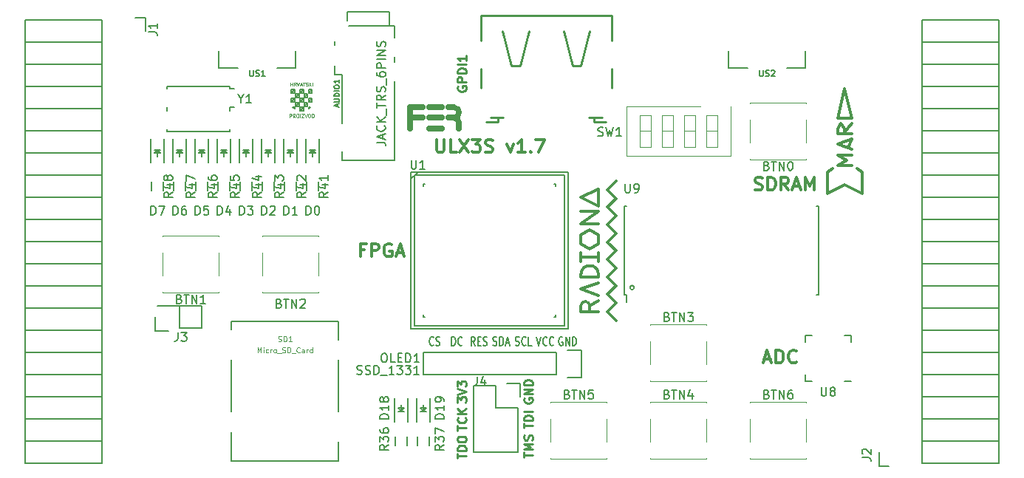
<source format=gto>
G04 #@! TF.FileFunction,Legend,Top*
%FSLAX46Y46*%
G04 Gerber Fmt 4.6, Leading zero omitted, Abs format (unit mm)*
G04 Created by KiCad (PCBNEW 4.0.7+dfsg1-1) date Fri Nov 10 21:38:15 2017*
%MOMM*%
%LPD*%
G01*
G04 APERTURE LIST*
%ADD10C,0.100000*%
%ADD11C,0.300000*%
%ADD12C,0.250000*%
%ADD13C,0.150000*%
%ADD14C,0.254000*%
%ADD15C,0.120000*%
%ADD16C,0.700000*%
%ADD17C,0.200000*%
%ADD18C,0.152400*%
%ADD19C,0.124460*%
%ADD20C,0.075000*%
G04 APERTURE END LIST*
D10*
D11*
X132442858Y-75076571D02*
X132442858Y-76290857D01*
X132514286Y-76433714D01*
X132585715Y-76505143D01*
X132728572Y-76576571D01*
X133014286Y-76576571D01*
X133157144Y-76505143D01*
X133228572Y-76433714D01*
X133300001Y-76290857D01*
X133300001Y-75076571D01*
X134728573Y-76576571D02*
X134014287Y-76576571D01*
X134014287Y-75076571D01*
X135085716Y-75076571D02*
X136085716Y-76576571D01*
X136085716Y-75076571D02*
X135085716Y-76576571D01*
X136514287Y-75076571D02*
X137442858Y-75076571D01*
X136942858Y-75648000D01*
X137157144Y-75648000D01*
X137300001Y-75719429D01*
X137371430Y-75790857D01*
X137442858Y-75933714D01*
X137442858Y-76290857D01*
X137371430Y-76433714D01*
X137300001Y-76505143D01*
X137157144Y-76576571D01*
X136728572Y-76576571D01*
X136585715Y-76505143D01*
X136514287Y-76433714D01*
X138014286Y-76505143D02*
X138228572Y-76576571D01*
X138585715Y-76576571D01*
X138728572Y-76505143D01*
X138800001Y-76433714D01*
X138871429Y-76290857D01*
X138871429Y-76148000D01*
X138800001Y-76005143D01*
X138728572Y-75933714D01*
X138585715Y-75862286D01*
X138300001Y-75790857D01*
X138157143Y-75719429D01*
X138085715Y-75648000D01*
X138014286Y-75505143D01*
X138014286Y-75362286D01*
X138085715Y-75219429D01*
X138157143Y-75148000D01*
X138300001Y-75076571D01*
X138657143Y-75076571D01*
X138871429Y-75148000D01*
X140514286Y-75576571D02*
X140871429Y-76576571D01*
X141228571Y-75576571D01*
X142585714Y-76576571D02*
X141728571Y-76576571D01*
X142157143Y-76576571D02*
X142157143Y-75076571D01*
X142014286Y-75290857D01*
X141871428Y-75433714D01*
X141728571Y-75505143D01*
X143228571Y-76433714D02*
X143299999Y-76505143D01*
X143228571Y-76576571D01*
X143157142Y-76505143D01*
X143228571Y-76433714D01*
X143228571Y-76576571D01*
X143800000Y-75076571D02*
X144800000Y-75076571D01*
X144157143Y-76576571D01*
X124175429Y-87728857D02*
X123675429Y-87728857D01*
X123675429Y-88514571D02*
X123675429Y-87014571D01*
X124389715Y-87014571D01*
X124961143Y-88514571D02*
X124961143Y-87014571D01*
X125532571Y-87014571D01*
X125675429Y-87086000D01*
X125746857Y-87157429D01*
X125818286Y-87300286D01*
X125818286Y-87514571D01*
X125746857Y-87657429D01*
X125675429Y-87728857D01*
X125532571Y-87800286D01*
X124961143Y-87800286D01*
X127246857Y-87086000D02*
X127104000Y-87014571D01*
X126889714Y-87014571D01*
X126675429Y-87086000D01*
X126532571Y-87228857D01*
X126461143Y-87371714D01*
X126389714Y-87657429D01*
X126389714Y-87871714D01*
X126461143Y-88157429D01*
X126532571Y-88300286D01*
X126675429Y-88443143D01*
X126889714Y-88514571D01*
X127032571Y-88514571D01*
X127246857Y-88443143D01*
X127318286Y-88371714D01*
X127318286Y-87871714D01*
X127032571Y-87871714D01*
X127889714Y-88086000D02*
X128604000Y-88086000D01*
X127746857Y-88514571D02*
X128246857Y-87014571D01*
X128746857Y-88514571D01*
X168903429Y-80823143D02*
X169117715Y-80894571D01*
X169474858Y-80894571D01*
X169617715Y-80823143D01*
X169689144Y-80751714D01*
X169760572Y-80608857D01*
X169760572Y-80466000D01*
X169689144Y-80323143D01*
X169617715Y-80251714D01*
X169474858Y-80180286D01*
X169189144Y-80108857D01*
X169046286Y-80037429D01*
X168974858Y-79966000D01*
X168903429Y-79823143D01*
X168903429Y-79680286D01*
X168974858Y-79537429D01*
X169046286Y-79466000D01*
X169189144Y-79394571D01*
X169546286Y-79394571D01*
X169760572Y-79466000D01*
X170403429Y-80894571D02*
X170403429Y-79394571D01*
X170760572Y-79394571D01*
X170974857Y-79466000D01*
X171117715Y-79608857D01*
X171189143Y-79751714D01*
X171260572Y-80037429D01*
X171260572Y-80251714D01*
X171189143Y-80537429D01*
X171117715Y-80680286D01*
X170974857Y-80823143D01*
X170760572Y-80894571D01*
X170403429Y-80894571D01*
X172760572Y-80894571D02*
X172260572Y-80180286D01*
X171903429Y-80894571D02*
X171903429Y-79394571D01*
X172474857Y-79394571D01*
X172617715Y-79466000D01*
X172689143Y-79537429D01*
X172760572Y-79680286D01*
X172760572Y-79894571D01*
X172689143Y-80037429D01*
X172617715Y-80108857D01*
X172474857Y-80180286D01*
X171903429Y-80180286D01*
X173332000Y-80466000D02*
X174046286Y-80466000D01*
X173189143Y-80894571D02*
X173689143Y-79394571D01*
X174189143Y-80894571D01*
X174689143Y-80894571D02*
X174689143Y-79394571D01*
X175189143Y-80466000D01*
X175689143Y-79394571D01*
X175689143Y-80894571D01*
X169966857Y-100278000D02*
X170681143Y-100278000D01*
X169824000Y-100706571D02*
X170324000Y-99206571D01*
X170824000Y-100706571D01*
X171324000Y-100706571D02*
X171324000Y-99206571D01*
X171681143Y-99206571D01*
X171895428Y-99278000D01*
X172038286Y-99420857D01*
X172109714Y-99563714D01*
X172181143Y-99849429D01*
X172181143Y-100063714D01*
X172109714Y-100349429D01*
X172038286Y-100492286D01*
X171895428Y-100635143D01*
X171681143Y-100706571D01*
X171324000Y-100706571D01*
X173681143Y-100563714D02*
X173609714Y-100635143D01*
X173395428Y-100706571D01*
X173252571Y-100706571D01*
X173038286Y-100635143D01*
X172895428Y-100492286D01*
X172824000Y-100349429D01*
X172752571Y-100063714D01*
X172752571Y-99849429D01*
X172824000Y-99563714D01*
X172895428Y-99420857D01*
X173038286Y-99278000D01*
X173252571Y-99206571D01*
X173395428Y-99206571D01*
X173609714Y-99278000D01*
X173681143Y-99349429D01*
D12*
X142447381Y-111521333D02*
X142447381Y-110949904D01*
X143447381Y-111235619D02*
X142447381Y-111235619D01*
X143447381Y-110616571D02*
X142447381Y-110616571D01*
X143161667Y-110283237D01*
X142447381Y-109949904D01*
X143447381Y-109949904D01*
X143399762Y-109521333D02*
X143447381Y-109378476D01*
X143447381Y-109140380D01*
X143399762Y-109045142D01*
X143352143Y-108997523D01*
X143256905Y-108949904D01*
X143161667Y-108949904D01*
X143066429Y-108997523D01*
X143018810Y-109045142D01*
X142971190Y-109140380D01*
X142923571Y-109330857D01*
X142875952Y-109426095D01*
X142828333Y-109473714D01*
X142733095Y-109521333D01*
X142637857Y-109521333D01*
X142542619Y-109473714D01*
X142495000Y-109426095D01*
X142447381Y-109330857D01*
X142447381Y-109092761D01*
X142495000Y-108949904D01*
X142447381Y-108163809D02*
X142447381Y-107592380D01*
X143447381Y-107878095D02*
X142447381Y-107878095D01*
X143447381Y-107259047D02*
X142447381Y-107259047D01*
X142447381Y-107020952D01*
X142495000Y-106878094D01*
X142590238Y-106782856D01*
X142685476Y-106735237D01*
X142875952Y-106687618D01*
X143018810Y-106687618D01*
X143209286Y-106735237D01*
X143304524Y-106782856D01*
X143399762Y-106878094D01*
X143447381Y-107020952D01*
X143447381Y-107259047D01*
X143447381Y-106259047D02*
X142447381Y-106259047D01*
X142495000Y-104726904D02*
X142447381Y-104822142D01*
X142447381Y-104964999D01*
X142495000Y-105107857D01*
X142590238Y-105203095D01*
X142685476Y-105250714D01*
X142875952Y-105298333D01*
X143018810Y-105298333D01*
X143209286Y-105250714D01*
X143304524Y-105203095D01*
X143399762Y-105107857D01*
X143447381Y-104964999D01*
X143447381Y-104869761D01*
X143399762Y-104726904D01*
X143352143Y-104679285D01*
X143018810Y-104679285D01*
X143018810Y-104869761D01*
X143447381Y-104250714D02*
X142447381Y-104250714D01*
X143447381Y-103679285D01*
X142447381Y-103679285D01*
X143447381Y-103203095D02*
X142447381Y-103203095D01*
X142447381Y-102965000D01*
X142495000Y-102822142D01*
X142590238Y-102726904D01*
X142685476Y-102679285D01*
X142875952Y-102631666D01*
X143018810Y-102631666D01*
X143209286Y-102679285D01*
X143304524Y-102726904D01*
X143399762Y-102822142D01*
X143447381Y-102965000D01*
X143447381Y-103203095D01*
X134827381Y-111624524D02*
X134827381Y-111053095D01*
X135827381Y-111338810D02*
X134827381Y-111338810D01*
X135827381Y-110719762D02*
X134827381Y-110719762D01*
X134827381Y-110481667D01*
X134875000Y-110338809D01*
X134970238Y-110243571D01*
X135065476Y-110195952D01*
X135255952Y-110148333D01*
X135398810Y-110148333D01*
X135589286Y-110195952D01*
X135684524Y-110243571D01*
X135779762Y-110338809D01*
X135827381Y-110481667D01*
X135827381Y-110719762D01*
X134827381Y-109529286D02*
X134827381Y-109338809D01*
X134875000Y-109243571D01*
X134970238Y-109148333D01*
X135160714Y-109100714D01*
X135494048Y-109100714D01*
X135684524Y-109148333D01*
X135779762Y-109243571D01*
X135827381Y-109338809D01*
X135827381Y-109529286D01*
X135779762Y-109624524D01*
X135684524Y-109719762D01*
X135494048Y-109767381D01*
X135160714Y-109767381D01*
X134970238Y-109719762D01*
X134875000Y-109624524D01*
X134827381Y-109529286D01*
X134827381Y-108425714D02*
X134827381Y-107854285D01*
X135827381Y-108140000D02*
X134827381Y-108140000D01*
X135732143Y-106949523D02*
X135779762Y-106997142D01*
X135827381Y-107139999D01*
X135827381Y-107235237D01*
X135779762Y-107378095D01*
X135684524Y-107473333D01*
X135589286Y-107520952D01*
X135398810Y-107568571D01*
X135255952Y-107568571D01*
X135065476Y-107520952D01*
X134970238Y-107473333D01*
X134875000Y-107378095D01*
X134827381Y-107235237D01*
X134827381Y-107139999D01*
X134875000Y-106997142D01*
X134922619Y-106949523D01*
X135827381Y-106520952D02*
X134827381Y-106520952D01*
X135827381Y-105949523D02*
X135255952Y-106378095D01*
X134827381Y-105949523D02*
X135398810Y-106520952D01*
X134827381Y-105203095D02*
X134827381Y-104584047D01*
X135208333Y-104917381D01*
X135208333Y-104774523D01*
X135255952Y-104679285D01*
X135303571Y-104631666D01*
X135398810Y-104584047D01*
X135636905Y-104584047D01*
X135732143Y-104631666D01*
X135779762Y-104679285D01*
X135827381Y-104774523D01*
X135827381Y-105060238D01*
X135779762Y-105155476D01*
X135732143Y-105203095D01*
X134827381Y-104298333D02*
X135827381Y-103965000D01*
X134827381Y-103631666D01*
X134827381Y-103393571D02*
X134827381Y-102774523D01*
X135208333Y-103107857D01*
X135208333Y-102964999D01*
X135255952Y-102869761D01*
X135303571Y-102822142D01*
X135398810Y-102774523D01*
X135636905Y-102774523D01*
X135732143Y-102822142D01*
X135779762Y-102869761D01*
X135827381Y-102964999D01*
X135827381Y-103250714D01*
X135779762Y-103345952D01*
X135732143Y-103393571D01*
D13*
X117480000Y-75060000D02*
X117480000Y-77760000D01*
X118980000Y-75060000D02*
X118980000Y-77760000D01*
X118080000Y-76560000D02*
X118330000Y-76560000D01*
X118330000Y-76560000D02*
X118180000Y-76410000D01*
X118580000Y-76310000D02*
X117880000Y-76310000D01*
X118230000Y-76660000D02*
X118230000Y-77010000D01*
X118230000Y-76310000D02*
X118580000Y-76660000D01*
X118580000Y-76660000D02*
X117880000Y-76660000D01*
X117880000Y-76660000D02*
X118230000Y-76310000D01*
X114940000Y-75060000D02*
X114940000Y-77760000D01*
X116440000Y-75060000D02*
X116440000Y-77760000D01*
X115540000Y-76560000D02*
X115790000Y-76560000D01*
X115790000Y-76560000D02*
X115640000Y-76410000D01*
X116040000Y-76310000D02*
X115340000Y-76310000D01*
X115690000Y-76660000D02*
X115690000Y-77010000D01*
X115690000Y-76310000D02*
X116040000Y-76660000D01*
X116040000Y-76660000D02*
X115340000Y-76660000D01*
X115340000Y-76660000D02*
X115690000Y-76310000D01*
X112400000Y-75060000D02*
X112400000Y-77760000D01*
X113900000Y-75060000D02*
X113900000Y-77760000D01*
X113000000Y-76560000D02*
X113250000Y-76560000D01*
X113250000Y-76560000D02*
X113100000Y-76410000D01*
X113500000Y-76310000D02*
X112800000Y-76310000D01*
X113150000Y-76660000D02*
X113150000Y-77010000D01*
X113150000Y-76310000D02*
X113500000Y-76660000D01*
X113500000Y-76660000D02*
X112800000Y-76660000D01*
X112800000Y-76660000D02*
X113150000Y-76310000D01*
X109860000Y-75060000D02*
X109860000Y-77760000D01*
X111360000Y-75060000D02*
X111360000Y-77760000D01*
X110460000Y-76560000D02*
X110710000Y-76560000D01*
X110710000Y-76560000D02*
X110560000Y-76410000D01*
X110960000Y-76310000D02*
X110260000Y-76310000D01*
X110610000Y-76660000D02*
X110610000Y-77010000D01*
X110610000Y-76310000D02*
X110960000Y-76660000D01*
X110960000Y-76660000D02*
X110260000Y-76660000D01*
X110260000Y-76660000D02*
X110610000Y-76310000D01*
X107320000Y-75060000D02*
X107320000Y-77760000D01*
X108820000Y-75060000D02*
X108820000Y-77760000D01*
X107920000Y-76560000D02*
X108170000Y-76560000D01*
X108170000Y-76560000D02*
X108020000Y-76410000D01*
X108420000Y-76310000D02*
X107720000Y-76310000D01*
X108070000Y-76660000D02*
X108070000Y-77010000D01*
X108070000Y-76310000D02*
X108420000Y-76660000D01*
X108420000Y-76660000D02*
X107720000Y-76660000D01*
X107720000Y-76660000D02*
X108070000Y-76310000D01*
X104780000Y-75060000D02*
X104780000Y-77760000D01*
X106280000Y-75060000D02*
X106280000Y-77760000D01*
X105380000Y-76560000D02*
X105630000Y-76560000D01*
X105630000Y-76560000D02*
X105480000Y-76410000D01*
X105880000Y-76310000D02*
X105180000Y-76310000D01*
X105530000Y-76660000D02*
X105530000Y-77010000D01*
X105530000Y-76310000D02*
X105880000Y-76660000D01*
X105880000Y-76660000D02*
X105180000Y-76660000D01*
X105180000Y-76660000D02*
X105530000Y-76310000D01*
X102240000Y-75060000D02*
X102240000Y-77760000D01*
X103740000Y-75060000D02*
X103740000Y-77760000D01*
X102840000Y-76560000D02*
X103090000Y-76560000D01*
X103090000Y-76560000D02*
X102940000Y-76410000D01*
X103340000Y-76310000D02*
X102640000Y-76310000D01*
X102990000Y-76660000D02*
X102990000Y-77010000D01*
X102990000Y-76310000D02*
X103340000Y-76660000D01*
X103340000Y-76660000D02*
X102640000Y-76660000D01*
X102640000Y-76660000D02*
X102990000Y-76310000D01*
X99700000Y-75060000D02*
X99700000Y-77760000D01*
X101200000Y-75060000D02*
X101200000Y-77760000D01*
X100300000Y-76560000D02*
X100550000Y-76560000D01*
X100550000Y-76560000D02*
X100400000Y-76410000D01*
X100800000Y-76310000D02*
X100100000Y-76310000D01*
X100450000Y-76660000D02*
X100450000Y-77010000D01*
X100450000Y-76310000D02*
X100800000Y-76660000D01*
X100800000Y-76660000D02*
X100100000Y-76660000D01*
X100100000Y-76660000D02*
X100450000Y-76310000D01*
X176180000Y-92880000D02*
X175980000Y-92880000D01*
X176180000Y-82720000D02*
X175980000Y-82720000D01*
X155080000Y-92050000D02*
G75*
G03X155080000Y-92050000I-250000J0D01*
G01*
X154180000Y-92880000D02*
X154180000Y-93700000D01*
X153980000Y-92880000D02*
X154180000Y-92880000D01*
X153980000Y-82720000D02*
X154180000Y-82720000D01*
X176190000Y-82720000D02*
X176190000Y-92880000D01*
X153970000Y-92880000D02*
X153970000Y-82720000D01*
X85270000Y-112220000D02*
X94100000Y-112220000D01*
X85270000Y-109680000D02*
X85270000Y-112220000D01*
X94100000Y-109680000D02*
X94100000Y-112220000D01*
X94100000Y-112220000D02*
X85270000Y-112220000D01*
X94100000Y-109680000D02*
X85270000Y-109680000D01*
X94100000Y-107140000D02*
X94100000Y-109680000D01*
X85270000Y-107140000D02*
X85270000Y-109680000D01*
X85270000Y-109680000D02*
X94100000Y-109680000D01*
X85270000Y-91900000D02*
X94100000Y-91900000D01*
X85270000Y-89360000D02*
X85270000Y-91900000D01*
X94100000Y-89360000D02*
X94100000Y-91900000D01*
X94100000Y-91900000D02*
X85270000Y-91900000D01*
X94100000Y-94440000D02*
X85270000Y-94440000D01*
X94100000Y-91900000D02*
X94100000Y-94440000D01*
X85270000Y-91900000D02*
X85270000Y-94440000D01*
X85270000Y-94440000D02*
X94100000Y-94440000D01*
X85270000Y-107140000D02*
X94100000Y-107140000D01*
X85270000Y-104600000D02*
X85270000Y-107140000D01*
X94100000Y-104600000D02*
X94100000Y-107140000D01*
X94100000Y-107140000D02*
X85270000Y-107140000D01*
X94100000Y-104600000D02*
X85270000Y-104600000D01*
X94100000Y-102060000D02*
X94100000Y-104600000D01*
X85270000Y-102060000D02*
X85270000Y-104600000D01*
X85270000Y-104600000D02*
X94100000Y-104600000D01*
X85270000Y-102060000D02*
X94100000Y-102060000D01*
X85270000Y-99520000D02*
X85270000Y-102060000D01*
X94100000Y-99520000D02*
X94100000Y-102060000D01*
X94100000Y-102060000D02*
X85270000Y-102060000D01*
X94100000Y-99520000D02*
X85270000Y-99520000D01*
X94100000Y-96980000D02*
X94100000Y-99520000D01*
X85270000Y-96980000D02*
X85270000Y-99520000D01*
X85270000Y-99520000D02*
X94100000Y-99520000D01*
X85270000Y-96980000D02*
X94100000Y-96980000D01*
X85270000Y-94440000D02*
X85270000Y-96980000D01*
X94100000Y-94440000D02*
X94100000Y-96980000D01*
X94100000Y-96980000D02*
X85270000Y-96980000D01*
X94100000Y-79200000D02*
X85270000Y-79200000D01*
X94100000Y-76660000D02*
X94100000Y-79200000D01*
X85270000Y-76660000D02*
X85270000Y-79200000D01*
X85270000Y-79200000D02*
X94100000Y-79200000D01*
X85270000Y-81740000D02*
X94100000Y-81740000D01*
X85270000Y-79200000D02*
X85270000Y-81740000D01*
X94100000Y-79200000D02*
X94100000Y-81740000D01*
X94100000Y-81740000D02*
X85270000Y-81740000D01*
X94100000Y-84280000D02*
X85270000Y-84280000D01*
X94100000Y-81740000D02*
X94100000Y-84280000D01*
X85270000Y-81740000D02*
X85270000Y-84280000D01*
X85270000Y-84280000D02*
X94100000Y-84280000D01*
X85270000Y-86820000D02*
X94100000Y-86820000D01*
X85270000Y-84280000D02*
X85270000Y-86820000D01*
X94100000Y-84280000D02*
X94100000Y-86820000D01*
X94100000Y-86820000D02*
X85270000Y-86820000D01*
X94100000Y-89360000D02*
X85270000Y-89360000D01*
X94100000Y-86820000D02*
X94100000Y-89360000D01*
X85270000Y-86820000D02*
X85270000Y-89360000D01*
X85270000Y-89360000D02*
X94100000Y-89360000D01*
X85270000Y-76660000D02*
X94100000Y-76660000D01*
X85270000Y-74120000D02*
X85270000Y-76660000D01*
X94100000Y-74120000D02*
X94100000Y-76660000D01*
X94100000Y-76660000D02*
X85270000Y-76660000D01*
X94100000Y-74120000D02*
X85270000Y-74120000D01*
X94100000Y-71580000D02*
X94100000Y-74120000D01*
X85270000Y-71580000D02*
X85270000Y-74120000D01*
X85270000Y-74120000D02*
X94100000Y-74120000D01*
X85270000Y-71580000D02*
X94100000Y-71580000D01*
X85270000Y-69040000D02*
X85270000Y-71580000D01*
X94100000Y-69040000D02*
X94100000Y-71580000D01*
X94100000Y-71580000D02*
X85270000Y-71580000D01*
X94100000Y-69040000D02*
X85270000Y-69040000D01*
X94100000Y-66500000D02*
X94100000Y-69040000D01*
X85270000Y-66500000D02*
X85270000Y-69040000D01*
X85270000Y-69040000D02*
X94100000Y-69040000D01*
X85270000Y-66500000D02*
X94100000Y-66500000D01*
X85270000Y-63960000D02*
X85270000Y-66500000D01*
X94100000Y-63960000D02*
X94100000Y-66500000D01*
X94100000Y-66500000D02*
X85270000Y-66500000D01*
X94100000Y-63960000D02*
X85270000Y-63960000D01*
X94100000Y-61420000D02*
X94100000Y-63960000D01*
X99060000Y-62690000D02*
X99060000Y-61140000D01*
X99060000Y-61140000D02*
X97910000Y-61140000D01*
X94100000Y-61420000D02*
X85270000Y-61420000D01*
X85270000Y-61420000D02*
X85270000Y-63960000D01*
X85270000Y-63960000D02*
X94100000Y-63960000D01*
X196910000Y-61420000D02*
X188080000Y-61420000D01*
X196910000Y-63960000D02*
X196910000Y-61420000D01*
X188080000Y-63960000D02*
X188080000Y-61420000D01*
X188080000Y-61420000D02*
X196910000Y-61420000D01*
X188080000Y-63960000D02*
X196910000Y-63960000D01*
X188080000Y-66500000D02*
X188080000Y-63960000D01*
X196910000Y-66500000D02*
X196910000Y-63960000D01*
X196910000Y-63960000D02*
X188080000Y-63960000D01*
X196910000Y-81740000D02*
X188080000Y-81740000D01*
X196910000Y-84280000D02*
X196910000Y-81740000D01*
X188080000Y-84280000D02*
X188080000Y-81740000D01*
X188080000Y-81740000D02*
X196910000Y-81740000D01*
X188080000Y-79200000D02*
X196910000Y-79200000D01*
X188080000Y-81740000D02*
X188080000Y-79200000D01*
X196910000Y-81740000D02*
X196910000Y-79200000D01*
X196910000Y-79200000D02*
X188080000Y-79200000D01*
X196910000Y-66500000D02*
X188080000Y-66500000D01*
X196910000Y-69040000D02*
X196910000Y-66500000D01*
X188080000Y-69040000D02*
X188080000Y-66500000D01*
X188080000Y-66500000D02*
X196910000Y-66500000D01*
X188080000Y-69040000D02*
X196910000Y-69040000D01*
X188080000Y-71580000D02*
X188080000Y-69040000D01*
X196910000Y-71580000D02*
X196910000Y-69040000D01*
X196910000Y-69040000D02*
X188080000Y-69040000D01*
X196910000Y-71580000D02*
X188080000Y-71580000D01*
X196910000Y-74120000D02*
X196910000Y-71580000D01*
X188080000Y-74120000D02*
X188080000Y-71580000D01*
X188080000Y-71580000D02*
X196910000Y-71580000D01*
X188080000Y-74120000D02*
X196910000Y-74120000D01*
X188080000Y-76660000D02*
X188080000Y-74120000D01*
X196910000Y-76660000D02*
X196910000Y-74120000D01*
X196910000Y-74120000D02*
X188080000Y-74120000D01*
X196910000Y-76660000D02*
X188080000Y-76660000D01*
X196910000Y-79200000D02*
X196910000Y-76660000D01*
X188080000Y-79200000D02*
X188080000Y-76660000D01*
X188080000Y-76660000D02*
X196910000Y-76660000D01*
X188080000Y-94440000D02*
X196910000Y-94440000D01*
X188080000Y-96980000D02*
X188080000Y-94440000D01*
X196910000Y-96980000D02*
X196910000Y-94440000D01*
X196910000Y-94440000D02*
X188080000Y-94440000D01*
X196910000Y-91900000D02*
X188080000Y-91900000D01*
X196910000Y-94440000D02*
X196910000Y-91900000D01*
X188080000Y-94440000D02*
X188080000Y-91900000D01*
X188080000Y-91900000D02*
X196910000Y-91900000D01*
X188080000Y-89360000D02*
X196910000Y-89360000D01*
X188080000Y-91900000D02*
X188080000Y-89360000D01*
X196910000Y-91900000D02*
X196910000Y-89360000D01*
X196910000Y-89360000D02*
X188080000Y-89360000D01*
X196910000Y-86820000D02*
X188080000Y-86820000D01*
X196910000Y-89360000D02*
X196910000Y-86820000D01*
X188080000Y-89360000D02*
X188080000Y-86820000D01*
X188080000Y-86820000D02*
X196910000Y-86820000D01*
X188080000Y-84280000D02*
X196910000Y-84280000D01*
X188080000Y-86820000D02*
X188080000Y-84280000D01*
X196910000Y-86820000D02*
X196910000Y-84280000D01*
X196910000Y-84280000D02*
X188080000Y-84280000D01*
X196910000Y-96980000D02*
X188080000Y-96980000D01*
X196910000Y-99520000D02*
X196910000Y-96980000D01*
X188080000Y-99520000D02*
X188080000Y-96980000D01*
X188080000Y-96980000D02*
X196910000Y-96980000D01*
X188080000Y-99520000D02*
X196910000Y-99520000D01*
X188080000Y-102060000D02*
X188080000Y-99520000D01*
X196910000Y-102060000D02*
X196910000Y-99520000D01*
X196910000Y-99520000D02*
X188080000Y-99520000D01*
X196910000Y-102060000D02*
X188080000Y-102060000D01*
X196910000Y-104600000D02*
X196910000Y-102060000D01*
X188080000Y-104600000D02*
X188080000Y-102060000D01*
X188080000Y-102060000D02*
X196910000Y-102060000D01*
X188080000Y-104600000D02*
X196910000Y-104600000D01*
X188080000Y-107140000D02*
X188080000Y-104600000D01*
X196910000Y-107140000D02*
X196910000Y-104600000D01*
X196910000Y-104600000D02*
X188080000Y-104600000D01*
X196910000Y-107140000D02*
X188080000Y-107140000D01*
X196910000Y-109680000D02*
X196910000Y-107140000D01*
X188080000Y-109680000D02*
X188080000Y-107140000D01*
X188080000Y-107140000D02*
X196910000Y-107140000D01*
X188080000Y-109680000D02*
X196910000Y-109680000D01*
X188080000Y-112220000D02*
X188080000Y-109680000D01*
X183120000Y-110950000D02*
X183120000Y-112500000D01*
X183120000Y-112500000D02*
X184270000Y-112500000D01*
X188080000Y-112220000D02*
X196910000Y-112220000D01*
X196910000Y-112220000D02*
X196910000Y-109680000D01*
X196910000Y-109680000D02*
X188080000Y-109680000D01*
X108724000Y-69280000D02*
X109274000Y-69280000D01*
X101524000Y-68980000D02*
X101524000Y-69280000D01*
X101524000Y-74180000D02*
X101524000Y-73880000D01*
X108724000Y-74180000D02*
X108724000Y-73880000D01*
X108724000Y-68980000D02*
X108724000Y-69280000D01*
X108724000Y-68980000D02*
X101524000Y-68980000D01*
X108724000Y-71380000D02*
X109274000Y-71380000D01*
X108724000Y-74180000D02*
X101524000Y-74180000D01*
X101524000Y-71380000D02*
X101524000Y-71780000D01*
X108724000Y-71380000D02*
X108724000Y-71780000D01*
X100170000Y-95456000D02*
X100170000Y-97006000D01*
X102990000Y-94186000D02*
X100450000Y-94186000D01*
X100170000Y-97006000D02*
X101720000Y-97006000D01*
X105530000Y-94186000D02*
X102990000Y-94186000D01*
X102990000Y-94186000D02*
X102990000Y-96726000D01*
X102990000Y-96726000D02*
X105530000Y-96726000D01*
X105530000Y-96726000D02*
X105530000Y-94186000D01*
X129140000Y-107470000D02*
X129140000Y-104770000D01*
X127640000Y-107470000D02*
X127640000Y-104770000D01*
X128540000Y-105970000D02*
X128290000Y-105970000D01*
X128290000Y-105970000D02*
X128440000Y-106120000D01*
X128040000Y-106220000D02*
X128740000Y-106220000D01*
X128390000Y-105870000D02*
X128390000Y-105520000D01*
X128390000Y-106220000D02*
X128040000Y-105870000D01*
X128040000Y-105870000D02*
X128740000Y-105870000D01*
X128740000Y-105870000D02*
X128390000Y-106220000D01*
X131680000Y-107470000D02*
X131680000Y-104770000D01*
X130180000Y-107470000D02*
X130180000Y-104770000D01*
X131080000Y-105970000D02*
X130830000Y-105970000D01*
X130830000Y-105970000D02*
X130980000Y-106120000D01*
X130580000Y-106220000D02*
X131280000Y-106220000D01*
X130930000Y-105870000D02*
X130930000Y-105520000D01*
X130930000Y-106220000D02*
X130580000Y-105870000D01*
X130580000Y-105870000D02*
X131280000Y-105870000D01*
X131280000Y-105870000D02*
X130930000Y-106220000D01*
X127715000Y-110180000D02*
X127715000Y-109180000D01*
X129065000Y-109180000D02*
X129065000Y-110180000D01*
X131605000Y-109180000D02*
X131605000Y-110180000D01*
X130255000Y-110180000D02*
X130255000Y-109180000D01*
X116280000Y-64925000D02*
X116280000Y-66925000D01*
X116280000Y-66925000D02*
X114130000Y-66925000D01*
X109630000Y-66925000D02*
X107480000Y-66925000D01*
X107480000Y-66925000D02*
X107480000Y-64975000D01*
X174700000Y-64925000D02*
X174700000Y-66925000D01*
X174700000Y-66925000D02*
X172550000Y-66925000D01*
X168050000Y-66925000D02*
X165900000Y-66925000D01*
X165900000Y-66925000D02*
X165900000Y-64975000D01*
X141725000Y-110950000D02*
X141725000Y-105870000D01*
X142005000Y-103050000D02*
X142005000Y-104600000D01*
X139185000Y-103330000D02*
X139185000Y-105870000D01*
X139185000Y-105870000D02*
X141725000Y-105870000D01*
X141725000Y-110950000D02*
X136645000Y-110950000D01*
X136645000Y-110950000D02*
X136645000Y-105870000D01*
X142005000Y-103050000D02*
X140455000Y-103050000D01*
X136645000Y-103330000D02*
X139185000Y-103330000D01*
X136645000Y-105870000D02*
X136645000Y-103330000D01*
X118905000Y-79970000D02*
X118905000Y-80970000D01*
X117555000Y-80970000D02*
X117555000Y-79970000D01*
X116365000Y-79970000D02*
X116365000Y-80970000D01*
X115015000Y-80970000D02*
X115015000Y-79970000D01*
X113825000Y-79970000D02*
X113825000Y-80970000D01*
X112475000Y-80970000D02*
X112475000Y-79970000D01*
X111285000Y-79970000D02*
X111285000Y-80970000D01*
X109935000Y-80970000D02*
X109935000Y-79970000D01*
X108745000Y-79970000D02*
X108745000Y-80970000D01*
X107395000Y-80970000D02*
X107395000Y-79970000D01*
X106205000Y-79970000D02*
X106205000Y-80970000D01*
X104855000Y-80970000D02*
X104855000Y-79970000D01*
X103665000Y-79970000D02*
X103665000Y-80970000D01*
X102315000Y-80970000D02*
X102315000Y-79970000D01*
X101125000Y-79970000D02*
X101125000Y-80970000D01*
X99775000Y-80970000D02*
X99775000Y-79970000D01*
X174660000Y-102780000D02*
X174660000Y-102030000D01*
X179910000Y-97530000D02*
X179910000Y-98280000D01*
X174660000Y-97530000D02*
X174660000Y-98280000D01*
X179910000Y-102780000D02*
X179160000Y-102780000D01*
X179910000Y-97530000D02*
X179160000Y-97530000D01*
X174660000Y-97530000D02*
X175410000Y-97530000D01*
X174660000Y-102780000D02*
X175410000Y-102780000D01*
X146170000Y-99520000D02*
X130930000Y-99520000D01*
X130930000Y-99520000D02*
X130930000Y-102060000D01*
X130930000Y-102060000D02*
X146170000Y-102060000D01*
X148990000Y-99240000D02*
X147440000Y-99240000D01*
X146170000Y-99520000D02*
X146170000Y-102060000D01*
X147440000Y-102340000D02*
X148990000Y-102340000D01*
X148990000Y-102340000D02*
X148990000Y-99240000D01*
X122180000Y-60440000D02*
X122180000Y-61440000D01*
X126980000Y-60440000D02*
X122180000Y-60440000D01*
X126980000Y-62040000D02*
X126980000Y-60440000D01*
X127580000Y-62040000D02*
X122380000Y-62040000D01*
X120780000Y-64240000D02*
X120780000Y-63840000D01*
X120780000Y-67640000D02*
X120780000Y-66640000D01*
X121580000Y-67640000D02*
X120780000Y-67640000D01*
X121580000Y-73240000D02*
X121580000Y-67640000D01*
X121580000Y-77440000D02*
X121580000Y-76440000D01*
X127580000Y-77440000D02*
X121580000Y-77440000D01*
X127580000Y-68440000D02*
X127580000Y-77440000D01*
X127580000Y-65640000D02*
X127580000Y-66240000D01*
X127580000Y-62040000D02*
X127580000Y-63440000D01*
D14*
X151378260Y-72548160D02*
X150479100Y-72548160D01*
X150479100Y-72548160D02*
X149879660Y-72548160D01*
X140080340Y-72548160D02*
X139480900Y-72548160D01*
X139480900Y-72548160D02*
X138581740Y-72548160D01*
X137481920Y-69149640D02*
X137481920Y-66998260D01*
X137481920Y-63800400D02*
X137481920Y-60892100D01*
X137481920Y-60892100D02*
X152478080Y-60892100D01*
X152478080Y-60892100D02*
X152478080Y-63800400D01*
X152478080Y-66998260D02*
X152478080Y-69149640D01*
X138106760Y-73048540D02*
X139480900Y-73048540D01*
X139480900Y-73048540D02*
X139480900Y-72548160D01*
X150479100Y-72548160D02*
X150479100Y-73048540D01*
X150479100Y-73048540D02*
X151865940Y-73048540D01*
X142981020Y-62632000D02*
X141980260Y-66632500D01*
X141980260Y-66632500D02*
X140982040Y-66632500D01*
X140982040Y-66632500D02*
X139981280Y-62632000D01*
X146978980Y-62632000D02*
X147979740Y-66632500D01*
X147979740Y-66632500D02*
X148977960Y-66632500D01*
X148977960Y-66632500D02*
X149978720Y-62632000D01*
D15*
X168340000Y-77350000D02*
X168340000Y-77320000D01*
X168340000Y-70890000D02*
X168340000Y-70920000D01*
X174800000Y-70890000D02*
X174800000Y-70920000D01*
X174800000Y-77320000D02*
X174800000Y-77350000D01*
X168340000Y-75420000D02*
X168340000Y-72820000D01*
X174800000Y-77350000D02*
X168340000Y-77350000D01*
X174800000Y-75420000D02*
X174800000Y-72820000D01*
X174800000Y-70890000D02*
X168340000Y-70890000D01*
X107490000Y-86130000D02*
X107490000Y-86160000D01*
X107490000Y-92590000D02*
X107490000Y-92560000D01*
X101030000Y-92590000D02*
X101030000Y-92560000D01*
X101030000Y-86160000D02*
X101030000Y-86130000D01*
X107490000Y-88060000D02*
X107490000Y-90660000D01*
X101030000Y-86130000D02*
X107490000Y-86130000D01*
X101030000Y-88060000D02*
X101030000Y-90660000D01*
X101030000Y-92590000D02*
X107490000Y-92590000D01*
X118920000Y-86130000D02*
X118920000Y-86160000D01*
X118920000Y-92590000D02*
X118920000Y-92560000D01*
X112460000Y-92590000D02*
X112460000Y-92560000D01*
X112460000Y-86160000D02*
X112460000Y-86130000D01*
X118920000Y-88060000D02*
X118920000Y-90660000D01*
X112460000Y-86130000D02*
X118920000Y-86130000D01*
X112460000Y-88060000D02*
X112460000Y-90660000D01*
X112460000Y-92590000D02*
X118920000Y-92590000D01*
X163370000Y-96290000D02*
X163370000Y-96320000D01*
X163370000Y-102750000D02*
X163370000Y-102720000D01*
X156910000Y-102750000D02*
X156910000Y-102720000D01*
X156910000Y-96320000D02*
X156910000Y-96290000D01*
X163370000Y-98220000D02*
X163370000Y-100820000D01*
X156910000Y-96290000D02*
X163370000Y-96290000D01*
X156910000Y-98220000D02*
X156910000Y-100820000D01*
X156910000Y-102750000D02*
X163370000Y-102750000D01*
X156910000Y-111640000D02*
X156910000Y-111610000D01*
X156910000Y-105180000D02*
X156910000Y-105210000D01*
X163370000Y-105180000D02*
X163370000Y-105210000D01*
X163370000Y-111610000D02*
X163370000Y-111640000D01*
X156910000Y-109710000D02*
X156910000Y-107110000D01*
X163370000Y-111640000D02*
X156910000Y-111640000D01*
X163370000Y-109710000D02*
X163370000Y-107110000D01*
X163370000Y-105180000D02*
X156910000Y-105180000D01*
X145480000Y-111640000D02*
X145480000Y-111610000D01*
X145480000Y-105180000D02*
X145480000Y-105210000D01*
X151940000Y-105180000D02*
X151940000Y-105210000D01*
X151940000Y-111610000D02*
X151940000Y-111640000D01*
X145480000Y-109710000D02*
X145480000Y-107110000D01*
X151940000Y-111640000D02*
X145480000Y-111640000D01*
X151940000Y-109710000D02*
X151940000Y-107110000D01*
X151940000Y-105180000D02*
X145480000Y-105180000D01*
X168340000Y-111640000D02*
X168340000Y-111610000D01*
X168340000Y-105180000D02*
X168340000Y-105210000D01*
X174800000Y-105180000D02*
X174800000Y-105210000D01*
X174800000Y-111610000D02*
X174800000Y-111640000D01*
X168340000Y-109710000D02*
X168340000Y-107110000D01*
X174800000Y-111640000D02*
X168340000Y-111640000D01*
X174800000Y-109710000D02*
X174800000Y-107110000D01*
X174800000Y-105180000D02*
X168340000Y-105180000D01*
X166120000Y-71275000D02*
X166120000Y-76965000D01*
X166120000Y-76965000D02*
X154160000Y-76965000D01*
X154160000Y-76965000D02*
X154160000Y-71275000D01*
X154160000Y-71275000D02*
X162680000Y-71275000D01*
X164585000Y-72310000D02*
X163315000Y-72310000D01*
X163315000Y-72310000D02*
X163315000Y-75930000D01*
X163315000Y-75930000D02*
X164585000Y-75930000D01*
X164585000Y-75930000D02*
X164585000Y-72310000D01*
X164585000Y-74120000D02*
X163315000Y-74120000D01*
X162045000Y-72310000D02*
X160775000Y-72310000D01*
X160775000Y-72310000D02*
X160775000Y-75930000D01*
X160775000Y-75930000D02*
X162045000Y-75930000D01*
X162045000Y-75930000D02*
X162045000Y-72310000D01*
X162045000Y-74120000D02*
X160775000Y-74120000D01*
X159505000Y-72310000D02*
X158235000Y-72310000D01*
X158235000Y-72310000D02*
X158235000Y-75930000D01*
X158235000Y-75930000D02*
X159505000Y-75930000D01*
X159505000Y-75930000D02*
X159505000Y-72310000D01*
X159505000Y-74120000D02*
X158235000Y-74120000D01*
X156965000Y-72310000D02*
X155695000Y-72310000D01*
X155695000Y-72310000D02*
X155695000Y-75930000D01*
X155695000Y-75930000D02*
X156965000Y-75930000D01*
X156965000Y-75930000D02*
X156965000Y-72310000D01*
X156965000Y-74120000D02*
X155695000Y-74120000D01*
D13*
X130880000Y-80200000D02*
X131080000Y-80200000D01*
X130880000Y-80400000D02*
X130880000Y-80200000D01*
X146080000Y-80200000D02*
X146080000Y-80400000D01*
X145880000Y-80200000D02*
X146080000Y-80200000D01*
X146080000Y-95400000D02*
X146080000Y-95200000D01*
X145880000Y-95400000D02*
X146080000Y-95400000D01*
X130880000Y-95400000D02*
X131080000Y-95400000D01*
X130880000Y-95200000D02*
X130880000Y-95400000D01*
X130280000Y-78800000D02*
X129480000Y-79600000D01*
X129480000Y-96800000D02*
X129480000Y-78800000D01*
X147480000Y-96800000D02*
X129480000Y-96800000D01*
X147480000Y-78800000D02*
X147480000Y-96800000D01*
X129480000Y-78800000D02*
X147480000Y-78800000D01*
X129880000Y-96400000D02*
X129880000Y-79200000D01*
X147080000Y-96400000D02*
X129880000Y-96400000D01*
X147080000Y-79200000D02*
X147080000Y-96400000D01*
X129880000Y-79200000D02*
X147080000Y-79200000D01*
X121205000Y-111915000D02*
X121205000Y-109765000D01*
X108905000Y-111915000D02*
X121205000Y-111915000D01*
X108905000Y-108665000D02*
X108905000Y-111915000D01*
X108905000Y-100365000D02*
X108905000Y-106265000D01*
X121205000Y-106265000D02*
X121205000Y-100365000D01*
X108905000Y-95965000D02*
X108905000Y-96865000D01*
X121205000Y-95965000D02*
X108905000Y-95965000D01*
X121205000Y-98015000D02*
X121205000Y-95965000D01*
D11*
X149980000Y-94836000D02*
X149980000Y-94136000D01*
X148980000Y-94836000D02*
X148980000Y-94136000D01*
X151980000Y-80836000D02*
X152980000Y-79836000D01*
X152980000Y-81836000D02*
X151980000Y-80836000D01*
X151980000Y-82836000D02*
X152980000Y-81836000D01*
X152980000Y-83836000D02*
X151980000Y-82836000D01*
X151980000Y-84836000D02*
X152980000Y-83836000D01*
X152980000Y-85836000D02*
X151980000Y-84836000D01*
X151980000Y-86836000D02*
X152980000Y-85836000D01*
X152980000Y-87836000D02*
X151980000Y-86836000D01*
X151980000Y-88836000D02*
X152980000Y-87836000D01*
X152980000Y-89836000D02*
X151980000Y-88836000D01*
X151980000Y-90836000D02*
X152980000Y-89836000D01*
X152980000Y-91836000D02*
X151980000Y-90836000D01*
X151980000Y-92836000D02*
X152980000Y-91836000D01*
X152980000Y-93836000D02*
X151980000Y-92836000D01*
X151980000Y-94836000D02*
X152980000Y-93836000D01*
X152980000Y-95836000D02*
X151980000Y-94836000D01*
X150980000Y-90836000D02*
X150980000Y-90536000D01*
X148980000Y-90836000D02*
X148980000Y-90536000D01*
X148980000Y-89036000D02*
X148980000Y-88036000D01*
X150980000Y-89036000D02*
X150980000Y-88036000D01*
X150980000Y-83336000D02*
X148980000Y-83336000D01*
X148980000Y-84736000D02*
X150980000Y-83336000D01*
X149980000Y-94136000D02*
X150980000Y-93536000D01*
X149980000Y-85436000D02*
X150980000Y-86036000D01*
X148980000Y-86036000D02*
X149980000Y-85436000D01*
X149980000Y-87636000D02*
X148980000Y-87036000D01*
X150980000Y-87036000D02*
X149980000Y-87636000D01*
X148980000Y-86036000D02*
X148980000Y-87036000D01*
X150980000Y-87036000D02*
X150980000Y-86036000D01*
X150980000Y-80736000D02*
X150980000Y-82736000D01*
X148980000Y-81736000D02*
X150980000Y-80736000D01*
X150980000Y-82736000D02*
X148980000Y-81736000D01*
X150980000Y-84736000D02*
X148980000Y-84736000D01*
X148980000Y-88536000D02*
X150980000Y-88536000D01*
X150980000Y-90536000D02*
G75*
G03X148980000Y-90536000I-1000000J0D01*
G01*
X150980000Y-90836000D02*
X148980000Y-90836000D01*
X148980000Y-92236000D02*
X150980000Y-91536000D01*
X150980000Y-92936000D02*
X148980000Y-92236000D01*
X149980000Y-94136000D02*
G75*
G03X148980000Y-94136000I-500000J0D01*
G01*
X150980000Y-94836000D02*
X148980000Y-94836000D01*
X178390000Y-76844000D02*
X179990000Y-76844000D01*
X179390000Y-77444000D02*
X178390000Y-76844000D01*
X178390000Y-78044000D02*
X179390000Y-77444000D01*
X179990000Y-78044000D02*
X178390000Y-78044000D01*
X181190000Y-78844000D02*
X180590000Y-78444000D01*
X177190000Y-78844000D02*
X177790000Y-78444000D01*
X177190000Y-81244000D02*
X177190000Y-78844000D01*
X179190000Y-69244000D02*
X178390000Y-72644000D01*
X179990000Y-72644000D02*
X179190000Y-69244000D01*
X178390000Y-72644000D02*
X179990000Y-72644000D01*
X179190000Y-74244000D02*
X179990000Y-73244000D01*
X179190000Y-73844000D02*
X179190000Y-74444000D01*
X178790000Y-73244000D02*
X179190000Y-73844000D01*
X178390000Y-73844000D02*
X178790000Y-73244000D01*
X178390000Y-74444000D02*
X178390000Y-73844000D01*
X178390000Y-74444000D02*
X179990000Y-74444000D01*
X179990000Y-75044000D02*
X179590000Y-76044000D01*
X178390000Y-75644000D02*
X179990000Y-75044000D01*
X179990000Y-76244000D02*
X178390000Y-75644000D01*
X181190000Y-81244000D02*
X181190000Y-78844000D01*
X179190000Y-80244000D02*
X181190000Y-81244000D01*
X177190000Y-81244000D02*
X179190000Y-80244000D01*
D16*
X135000000Y-73196000D02*
X135000000Y-73796000D01*
X135000000Y-73196000D02*
G75*
G03X134400000Y-72596000I-600000J0D01*
G01*
X134400000Y-72596000D02*
G75*
G03X134400000Y-71396000I0J600000D01*
G01*
X133800000Y-72596000D02*
X134400000Y-72596000D01*
X133800000Y-71396000D02*
X134400000Y-71396000D01*
X129400000Y-71396000D02*
X129400000Y-73796000D01*
X131600000Y-73796000D02*
X133000000Y-73796000D01*
X131600000Y-72596000D02*
X133000000Y-72596000D01*
X131600000Y-71396000D02*
X133000000Y-71396000D01*
X129400000Y-71396000D02*
X130800000Y-71396000D01*
X129400000Y-72596000D02*
X130800000Y-72596000D01*
D17*
X115760000Y-70764000D02*
X116160000Y-70364000D01*
X115760000Y-69764000D02*
X116160000Y-69364000D01*
X116260000Y-70264000D02*
X116660000Y-69864000D01*
X116760000Y-69764000D02*
X117160000Y-69364000D01*
X117760000Y-69764000D02*
X118160000Y-69364000D01*
X117260000Y-70264000D02*
X117660000Y-69864000D01*
X116760000Y-70764000D02*
X117160000Y-70364000D01*
X116260000Y-71264000D02*
X116660000Y-70864000D01*
X117760000Y-70764000D02*
X118160000Y-70364000D01*
X117260000Y-71264000D02*
X117660000Y-70864000D01*
X116760000Y-71764000D02*
X117160000Y-71364000D01*
X117960000Y-71364000D02*
X117760000Y-71364000D01*
X117760000Y-71564000D02*
X117960000Y-71364000D01*
X117760000Y-71364000D02*
X117760000Y-71564000D01*
X117160000Y-71364000D02*
X116760000Y-71364000D01*
X117160000Y-71764000D02*
X117160000Y-71364000D01*
X116760000Y-71764000D02*
X117160000Y-71764000D01*
X116760000Y-71364000D02*
X116760000Y-71764000D01*
X116160000Y-71564000D02*
X115960000Y-71364000D01*
X116160000Y-71364000D02*
X116160000Y-71564000D01*
X115960000Y-71364000D02*
X116160000Y-71364000D01*
X117260000Y-71264000D02*
X117260000Y-70864000D01*
X117660000Y-71264000D02*
X117260000Y-71264000D01*
X117660000Y-70864000D02*
X117660000Y-71264000D01*
X117260000Y-70864000D02*
X117660000Y-70864000D01*
X116260000Y-71264000D02*
X116260000Y-70864000D01*
X116660000Y-71264000D02*
X116260000Y-71264000D01*
X116660000Y-70864000D02*
X116660000Y-71264000D01*
X116260000Y-70864000D02*
X116660000Y-70864000D01*
X118160000Y-70364000D02*
X117760000Y-70364000D01*
X118160000Y-70764000D02*
X118160000Y-70364000D01*
X117760000Y-70764000D02*
X118160000Y-70764000D01*
X117760000Y-70364000D02*
X117760000Y-70764000D01*
X117160000Y-70364000D02*
X116760000Y-70364000D01*
X117160000Y-70764000D02*
X117160000Y-70364000D01*
X116760000Y-70764000D02*
X117160000Y-70764000D01*
X116760000Y-70364000D02*
X116760000Y-70764000D01*
X115760000Y-70764000D02*
X115760000Y-70364000D01*
X116160000Y-70764000D02*
X115760000Y-70764000D01*
X116160000Y-70364000D02*
X116160000Y-70764000D01*
X115760000Y-70364000D02*
X116160000Y-70364000D01*
X117660000Y-69864000D02*
X117260000Y-69864000D01*
X117660000Y-70264000D02*
X117660000Y-69864000D01*
X117260000Y-70264000D02*
X117660000Y-70264000D01*
X117260000Y-69864000D02*
X117260000Y-70264000D01*
X116660000Y-69864000D02*
X116260000Y-69864000D01*
X116660000Y-70264000D02*
X116660000Y-69864000D01*
X116260000Y-70264000D02*
X116660000Y-70264000D01*
X116260000Y-69864000D02*
X116260000Y-70264000D01*
X118160000Y-69364000D02*
X117760000Y-69364000D01*
X118160000Y-69764000D02*
X118160000Y-69364000D01*
X117760000Y-69764000D02*
X118160000Y-69764000D01*
X117760000Y-69364000D02*
X117760000Y-69764000D01*
X116760000Y-69764000D02*
X116760000Y-69364000D01*
X117160000Y-69764000D02*
X116760000Y-69764000D01*
X117160000Y-69364000D02*
X117160000Y-69764000D01*
X116760000Y-69364000D02*
X117160000Y-69364000D01*
X115760000Y-69764000D02*
X115760000Y-69364000D01*
X116160000Y-69764000D02*
X115760000Y-69764000D01*
X116160000Y-69364000D02*
X116160000Y-69764000D01*
X115760000Y-69364000D02*
X116160000Y-69364000D01*
D13*
X117491905Y-83716381D02*
X117491905Y-82716381D01*
X117730000Y-82716381D01*
X117872858Y-82764000D01*
X117968096Y-82859238D01*
X118015715Y-82954476D01*
X118063334Y-83144952D01*
X118063334Y-83287810D01*
X118015715Y-83478286D01*
X117968096Y-83573524D01*
X117872858Y-83668762D01*
X117730000Y-83716381D01*
X117491905Y-83716381D01*
X118682381Y-82716381D02*
X118777620Y-82716381D01*
X118872858Y-82764000D01*
X118920477Y-82811619D01*
X118968096Y-82906857D01*
X119015715Y-83097333D01*
X119015715Y-83335429D01*
X118968096Y-83525905D01*
X118920477Y-83621143D01*
X118872858Y-83668762D01*
X118777620Y-83716381D01*
X118682381Y-83716381D01*
X118587143Y-83668762D01*
X118539524Y-83621143D01*
X118491905Y-83525905D01*
X118444286Y-83335429D01*
X118444286Y-83097333D01*
X118491905Y-82906857D01*
X118539524Y-82811619D01*
X118587143Y-82764000D01*
X118682381Y-82716381D01*
X114951905Y-83716381D02*
X114951905Y-82716381D01*
X115190000Y-82716381D01*
X115332858Y-82764000D01*
X115428096Y-82859238D01*
X115475715Y-82954476D01*
X115523334Y-83144952D01*
X115523334Y-83287810D01*
X115475715Y-83478286D01*
X115428096Y-83573524D01*
X115332858Y-83668762D01*
X115190000Y-83716381D01*
X114951905Y-83716381D01*
X116475715Y-83716381D02*
X115904286Y-83716381D01*
X116190000Y-83716381D02*
X116190000Y-82716381D01*
X116094762Y-82859238D01*
X115999524Y-82954476D01*
X115904286Y-83002095D01*
X112411905Y-83716381D02*
X112411905Y-82716381D01*
X112650000Y-82716381D01*
X112792858Y-82764000D01*
X112888096Y-82859238D01*
X112935715Y-82954476D01*
X112983334Y-83144952D01*
X112983334Y-83287810D01*
X112935715Y-83478286D01*
X112888096Y-83573524D01*
X112792858Y-83668762D01*
X112650000Y-83716381D01*
X112411905Y-83716381D01*
X113364286Y-82811619D02*
X113411905Y-82764000D01*
X113507143Y-82716381D01*
X113745239Y-82716381D01*
X113840477Y-82764000D01*
X113888096Y-82811619D01*
X113935715Y-82906857D01*
X113935715Y-83002095D01*
X113888096Y-83144952D01*
X113316667Y-83716381D01*
X113935715Y-83716381D01*
X109871905Y-83716381D02*
X109871905Y-82716381D01*
X110110000Y-82716381D01*
X110252858Y-82764000D01*
X110348096Y-82859238D01*
X110395715Y-82954476D01*
X110443334Y-83144952D01*
X110443334Y-83287810D01*
X110395715Y-83478286D01*
X110348096Y-83573524D01*
X110252858Y-83668762D01*
X110110000Y-83716381D01*
X109871905Y-83716381D01*
X110776667Y-82716381D02*
X111395715Y-82716381D01*
X111062381Y-83097333D01*
X111205239Y-83097333D01*
X111300477Y-83144952D01*
X111348096Y-83192571D01*
X111395715Y-83287810D01*
X111395715Y-83525905D01*
X111348096Y-83621143D01*
X111300477Y-83668762D01*
X111205239Y-83716381D01*
X110919524Y-83716381D01*
X110824286Y-83668762D01*
X110776667Y-83621143D01*
X107331905Y-83716381D02*
X107331905Y-82716381D01*
X107570000Y-82716381D01*
X107712858Y-82764000D01*
X107808096Y-82859238D01*
X107855715Y-82954476D01*
X107903334Y-83144952D01*
X107903334Y-83287810D01*
X107855715Y-83478286D01*
X107808096Y-83573524D01*
X107712858Y-83668762D01*
X107570000Y-83716381D01*
X107331905Y-83716381D01*
X108760477Y-83049714D02*
X108760477Y-83716381D01*
X108522381Y-82668762D02*
X108284286Y-83383048D01*
X108903334Y-83383048D01*
X104791905Y-83716381D02*
X104791905Y-82716381D01*
X105030000Y-82716381D01*
X105172858Y-82764000D01*
X105268096Y-82859238D01*
X105315715Y-82954476D01*
X105363334Y-83144952D01*
X105363334Y-83287810D01*
X105315715Y-83478286D01*
X105268096Y-83573524D01*
X105172858Y-83668762D01*
X105030000Y-83716381D01*
X104791905Y-83716381D01*
X106268096Y-82716381D02*
X105791905Y-82716381D01*
X105744286Y-83192571D01*
X105791905Y-83144952D01*
X105887143Y-83097333D01*
X106125239Y-83097333D01*
X106220477Y-83144952D01*
X106268096Y-83192571D01*
X106315715Y-83287810D01*
X106315715Y-83525905D01*
X106268096Y-83621143D01*
X106220477Y-83668762D01*
X106125239Y-83716381D01*
X105887143Y-83716381D01*
X105791905Y-83668762D01*
X105744286Y-83621143D01*
X102251905Y-83716381D02*
X102251905Y-82716381D01*
X102490000Y-82716381D01*
X102632858Y-82764000D01*
X102728096Y-82859238D01*
X102775715Y-82954476D01*
X102823334Y-83144952D01*
X102823334Y-83287810D01*
X102775715Y-83478286D01*
X102728096Y-83573524D01*
X102632858Y-83668762D01*
X102490000Y-83716381D01*
X102251905Y-83716381D01*
X103680477Y-82716381D02*
X103490000Y-82716381D01*
X103394762Y-82764000D01*
X103347143Y-82811619D01*
X103251905Y-82954476D01*
X103204286Y-83144952D01*
X103204286Y-83525905D01*
X103251905Y-83621143D01*
X103299524Y-83668762D01*
X103394762Y-83716381D01*
X103585239Y-83716381D01*
X103680477Y-83668762D01*
X103728096Y-83621143D01*
X103775715Y-83525905D01*
X103775715Y-83287810D01*
X103728096Y-83192571D01*
X103680477Y-83144952D01*
X103585239Y-83097333D01*
X103394762Y-83097333D01*
X103299524Y-83144952D01*
X103251905Y-83192571D01*
X103204286Y-83287810D01*
X99711905Y-83716381D02*
X99711905Y-82716381D01*
X99950000Y-82716381D01*
X100092858Y-82764000D01*
X100188096Y-82859238D01*
X100235715Y-82954476D01*
X100283334Y-83144952D01*
X100283334Y-83287810D01*
X100235715Y-83478286D01*
X100188096Y-83573524D01*
X100092858Y-83668762D01*
X99950000Y-83716381D01*
X99711905Y-83716381D01*
X100616667Y-82716381D02*
X101283334Y-82716381D01*
X100854762Y-83716381D01*
X154044095Y-80176381D02*
X154044095Y-80985905D01*
X154091714Y-81081143D01*
X154139333Y-81128762D01*
X154234571Y-81176381D01*
X154425048Y-81176381D01*
X154520286Y-81128762D01*
X154567905Y-81081143D01*
X154615524Y-80985905D01*
X154615524Y-80176381D01*
X155139333Y-81176381D02*
X155329809Y-81176381D01*
X155425048Y-81128762D01*
X155472667Y-81081143D01*
X155567905Y-80938286D01*
X155615524Y-80747810D01*
X155615524Y-80366857D01*
X155567905Y-80271619D01*
X155520286Y-80224000D01*
X155425048Y-80176381D01*
X155234571Y-80176381D01*
X155139333Y-80224000D01*
X155091714Y-80271619D01*
X155044095Y-80366857D01*
X155044095Y-80604952D01*
X155091714Y-80700190D01*
X155139333Y-80747810D01*
X155234571Y-80795429D01*
X155425048Y-80795429D01*
X155520286Y-80747810D01*
X155567905Y-80700190D01*
X155615524Y-80604952D01*
X99394381Y-62769333D02*
X100108667Y-62769333D01*
X100251524Y-62816953D01*
X100346762Y-62912191D01*
X100394381Y-63055048D01*
X100394381Y-63150286D01*
X100394381Y-61769333D02*
X100394381Y-62340762D01*
X100394381Y-62055048D02*
X99394381Y-62055048D01*
X99537238Y-62150286D01*
X99632476Y-62245524D01*
X99680095Y-62340762D01*
X181182381Y-111537333D02*
X181896667Y-111537333D01*
X182039524Y-111584953D01*
X182134762Y-111680191D01*
X182182381Y-111823048D01*
X182182381Y-111918286D01*
X181277619Y-111108762D02*
X181230000Y-111061143D01*
X181182381Y-110965905D01*
X181182381Y-110727809D01*
X181230000Y-110632571D01*
X181277619Y-110584952D01*
X181372857Y-110537333D01*
X181468095Y-110537333D01*
X181610952Y-110584952D01*
X182182381Y-111156381D01*
X182182381Y-110537333D01*
X110006809Y-70413190D02*
X110006809Y-70889381D01*
X109673476Y-69889381D02*
X110006809Y-70413190D01*
X110340143Y-69889381D01*
X111197286Y-70889381D02*
X110625857Y-70889381D01*
X110911571Y-70889381D02*
X110911571Y-69889381D01*
X110816333Y-70032238D01*
X110721095Y-70127476D01*
X110625857Y-70175095D01*
X102783667Y-97194381D02*
X102783667Y-97908667D01*
X102736047Y-98051524D01*
X102640809Y-98146762D01*
X102497952Y-98194381D01*
X102402714Y-98194381D01*
X103164619Y-97194381D02*
X103783667Y-97194381D01*
X103450333Y-97575333D01*
X103593191Y-97575333D01*
X103688429Y-97622952D01*
X103736048Y-97670571D01*
X103783667Y-97765810D01*
X103783667Y-98003905D01*
X103736048Y-98099143D01*
X103688429Y-98146762D01*
X103593191Y-98194381D01*
X103307476Y-98194381D01*
X103212238Y-98146762D01*
X103164619Y-98099143D01*
X126937381Y-107084286D02*
X125937381Y-107084286D01*
X125937381Y-106846191D01*
X125985000Y-106703333D01*
X126080238Y-106608095D01*
X126175476Y-106560476D01*
X126365952Y-106512857D01*
X126508810Y-106512857D01*
X126699286Y-106560476D01*
X126794524Y-106608095D01*
X126889762Y-106703333D01*
X126937381Y-106846191D01*
X126937381Y-107084286D01*
X126937381Y-105560476D02*
X126937381Y-106131905D01*
X126937381Y-105846191D02*
X125937381Y-105846191D01*
X126080238Y-105941429D01*
X126175476Y-106036667D01*
X126223095Y-106131905D01*
X126365952Y-104989048D02*
X126318333Y-105084286D01*
X126270714Y-105131905D01*
X126175476Y-105179524D01*
X126127857Y-105179524D01*
X126032619Y-105131905D01*
X125985000Y-105084286D01*
X125937381Y-104989048D01*
X125937381Y-104798571D01*
X125985000Y-104703333D01*
X126032619Y-104655714D01*
X126127857Y-104608095D01*
X126175476Y-104608095D01*
X126270714Y-104655714D01*
X126318333Y-104703333D01*
X126365952Y-104798571D01*
X126365952Y-104989048D01*
X126413571Y-105084286D01*
X126461190Y-105131905D01*
X126556429Y-105179524D01*
X126746905Y-105179524D01*
X126842143Y-105131905D01*
X126889762Y-105084286D01*
X126937381Y-104989048D01*
X126937381Y-104798571D01*
X126889762Y-104703333D01*
X126842143Y-104655714D01*
X126746905Y-104608095D01*
X126556429Y-104608095D01*
X126461190Y-104655714D01*
X126413571Y-104703333D01*
X126365952Y-104798571D01*
X133287381Y-107084286D02*
X132287381Y-107084286D01*
X132287381Y-106846191D01*
X132335000Y-106703333D01*
X132430238Y-106608095D01*
X132525476Y-106560476D01*
X132715952Y-106512857D01*
X132858810Y-106512857D01*
X133049286Y-106560476D01*
X133144524Y-106608095D01*
X133239762Y-106703333D01*
X133287381Y-106846191D01*
X133287381Y-107084286D01*
X133287381Y-105560476D02*
X133287381Y-106131905D01*
X133287381Y-105846191D02*
X132287381Y-105846191D01*
X132430238Y-105941429D01*
X132525476Y-106036667D01*
X132573095Y-106131905D01*
X133287381Y-105084286D02*
X133287381Y-104893810D01*
X133239762Y-104798571D01*
X133192143Y-104750952D01*
X133049286Y-104655714D01*
X132858810Y-104608095D01*
X132477857Y-104608095D01*
X132382619Y-104655714D01*
X132335000Y-104703333D01*
X132287381Y-104798571D01*
X132287381Y-104989048D01*
X132335000Y-105084286D01*
X132382619Y-105131905D01*
X132477857Y-105179524D01*
X132715952Y-105179524D01*
X132811190Y-105131905D01*
X132858810Y-105084286D01*
X132906429Y-104989048D01*
X132906429Y-104798571D01*
X132858810Y-104703333D01*
X132811190Y-104655714D01*
X132715952Y-104608095D01*
X126937381Y-110068857D02*
X126461190Y-110402191D01*
X126937381Y-110640286D02*
X125937381Y-110640286D01*
X125937381Y-110259333D01*
X125985000Y-110164095D01*
X126032619Y-110116476D01*
X126127857Y-110068857D01*
X126270714Y-110068857D01*
X126365952Y-110116476D01*
X126413571Y-110164095D01*
X126461190Y-110259333D01*
X126461190Y-110640286D01*
X125937381Y-109735524D02*
X125937381Y-109116476D01*
X126318333Y-109449810D01*
X126318333Y-109306952D01*
X126365952Y-109211714D01*
X126413571Y-109164095D01*
X126508810Y-109116476D01*
X126746905Y-109116476D01*
X126842143Y-109164095D01*
X126889762Y-109211714D01*
X126937381Y-109306952D01*
X126937381Y-109592667D01*
X126889762Y-109687905D01*
X126842143Y-109735524D01*
X125937381Y-108259333D02*
X125937381Y-108449810D01*
X125985000Y-108545048D01*
X126032619Y-108592667D01*
X126175476Y-108687905D01*
X126365952Y-108735524D01*
X126746905Y-108735524D01*
X126842143Y-108687905D01*
X126889762Y-108640286D01*
X126937381Y-108545048D01*
X126937381Y-108354571D01*
X126889762Y-108259333D01*
X126842143Y-108211714D01*
X126746905Y-108164095D01*
X126508810Y-108164095D01*
X126413571Y-108211714D01*
X126365952Y-108259333D01*
X126318333Y-108354571D01*
X126318333Y-108545048D01*
X126365952Y-108640286D01*
X126413571Y-108687905D01*
X126508810Y-108735524D01*
X133287381Y-110068857D02*
X132811190Y-110402191D01*
X133287381Y-110640286D02*
X132287381Y-110640286D01*
X132287381Y-110259333D01*
X132335000Y-110164095D01*
X132382619Y-110116476D01*
X132477857Y-110068857D01*
X132620714Y-110068857D01*
X132715952Y-110116476D01*
X132763571Y-110164095D01*
X132811190Y-110259333D01*
X132811190Y-110640286D01*
X132287381Y-109735524D02*
X132287381Y-109116476D01*
X132668333Y-109449810D01*
X132668333Y-109306952D01*
X132715952Y-109211714D01*
X132763571Y-109164095D01*
X132858810Y-109116476D01*
X133096905Y-109116476D01*
X133192143Y-109164095D01*
X133239762Y-109211714D01*
X133287381Y-109306952D01*
X133287381Y-109592667D01*
X133239762Y-109687905D01*
X133192143Y-109735524D01*
X132287381Y-108783143D02*
X132287381Y-108116476D01*
X133287381Y-108545048D01*
X111013334Y-67141667D02*
X111013334Y-67708333D01*
X111046667Y-67775000D01*
X111080000Y-67808333D01*
X111146667Y-67841667D01*
X111280000Y-67841667D01*
X111346667Y-67808333D01*
X111380000Y-67775000D01*
X111413334Y-67708333D01*
X111413334Y-67141667D01*
X111713333Y-67808333D02*
X111813333Y-67841667D01*
X111980000Y-67841667D01*
X112046667Y-67808333D01*
X112080000Y-67775000D01*
X112113333Y-67708333D01*
X112113333Y-67641667D01*
X112080000Y-67575000D01*
X112046667Y-67541667D01*
X111980000Y-67508333D01*
X111846667Y-67475000D01*
X111780000Y-67441667D01*
X111746667Y-67408333D01*
X111713333Y-67341667D01*
X111713333Y-67275000D01*
X111746667Y-67208333D01*
X111780000Y-67175000D01*
X111846667Y-67141667D01*
X112013333Y-67141667D01*
X112113333Y-67175000D01*
X112780000Y-67841667D02*
X112380000Y-67841667D01*
X112580000Y-67841667D02*
X112580000Y-67141667D01*
X112513334Y-67241667D01*
X112446667Y-67308333D01*
X112380000Y-67341667D01*
X169433334Y-67141667D02*
X169433334Y-67708333D01*
X169466667Y-67775000D01*
X169500000Y-67808333D01*
X169566667Y-67841667D01*
X169700000Y-67841667D01*
X169766667Y-67808333D01*
X169800000Y-67775000D01*
X169833334Y-67708333D01*
X169833334Y-67141667D01*
X170133333Y-67808333D02*
X170233333Y-67841667D01*
X170400000Y-67841667D01*
X170466667Y-67808333D01*
X170500000Y-67775000D01*
X170533333Y-67708333D01*
X170533333Y-67641667D01*
X170500000Y-67575000D01*
X170466667Y-67541667D01*
X170400000Y-67508333D01*
X170266667Y-67475000D01*
X170200000Y-67441667D01*
X170166667Y-67408333D01*
X170133333Y-67341667D01*
X170133333Y-67275000D01*
X170166667Y-67208333D01*
X170200000Y-67175000D01*
X170266667Y-67141667D01*
X170433333Y-67141667D01*
X170533333Y-67175000D01*
X170800000Y-67208333D02*
X170833334Y-67175000D01*
X170900000Y-67141667D01*
X171066667Y-67141667D01*
X171133334Y-67175000D01*
X171166667Y-67208333D01*
X171200000Y-67275000D01*
X171200000Y-67341667D01*
X171166667Y-67441667D01*
X170766667Y-67841667D01*
X171200000Y-67841667D01*
X137073667Y-102274381D02*
X137073667Y-102988667D01*
X137026047Y-103131524D01*
X136930809Y-103226762D01*
X136787952Y-103274381D01*
X136692714Y-103274381D01*
X137978429Y-102607714D02*
X137978429Y-103274381D01*
X137740333Y-102226762D02*
X137502238Y-102941048D01*
X138121286Y-102941048D01*
X119952381Y-81112857D02*
X119476190Y-81446191D01*
X119952381Y-81684286D02*
X118952381Y-81684286D01*
X118952381Y-81303333D01*
X119000000Y-81208095D01*
X119047619Y-81160476D01*
X119142857Y-81112857D01*
X119285714Y-81112857D01*
X119380952Y-81160476D01*
X119428571Y-81208095D01*
X119476190Y-81303333D01*
X119476190Y-81684286D01*
X119285714Y-80255714D02*
X119952381Y-80255714D01*
X118904762Y-80493810D02*
X119619048Y-80731905D01*
X119619048Y-80112857D01*
X119952381Y-79208095D02*
X119952381Y-79779524D01*
X119952381Y-79493810D02*
X118952381Y-79493810D01*
X119095238Y-79589048D01*
X119190476Y-79684286D01*
X119238095Y-79779524D01*
X117412381Y-81112857D02*
X116936190Y-81446191D01*
X117412381Y-81684286D02*
X116412381Y-81684286D01*
X116412381Y-81303333D01*
X116460000Y-81208095D01*
X116507619Y-81160476D01*
X116602857Y-81112857D01*
X116745714Y-81112857D01*
X116840952Y-81160476D01*
X116888571Y-81208095D01*
X116936190Y-81303333D01*
X116936190Y-81684286D01*
X116745714Y-80255714D02*
X117412381Y-80255714D01*
X116364762Y-80493810D02*
X117079048Y-80731905D01*
X117079048Y-80112857D01*
X116507619Y-79779524D02*
X116460000Y-79731905D01*
X116412381Y-79636667D01*
X116412381Y-79398571D01*
X116460000Y-79303333D01*
X116507619Y-79255714D01*
X116602857Y-79208095D01*
X116698095Y-79208095D01*
X116840952Y-79255714D01*
X117412381Y-79827143D01*
X117412381Y-79208095D01*
X114872381Y-81112857D02*
X114396190Y-81446191D01*
X114872381Y-81684286D02*
X113872381Y-81684286D01*
X113872381Y-81303333D01*
X113920000Y-81208095D01*
X113967619Y-81160476D01*
X114062857Y-81112857D01*
X114205714Y-81112857D01*
X114300952Y-81160476D01*
X114348571Y-81208095D01*
X114396190Y-81303333D01*
X114396190Y-81684286D01*
X114205714Y-80255714D02*
X114872381Y-80255714D01*
X113824762Y-80493810D02*
X114539048Y-80731905D01*
X114539048Y-80112857D01*
X113872381Y-79827143D02*
X113872381Y-79208095D01*
X114253333Y-79541429D01*
X114253333Y-79398571D01*
X114300952Y-79303333D01*
X114348571Y-79255714D01*
X114443810Y-79208095D01*
X114681905Y-79208095D01*
X114777143Y-79255714D01*
X114824762Y-79303333D01*
X114872381Y-79398571D01*
X114872381Y-79684286D01*
X114824762Y-79779524D01*
X114777143Y-79827143D01*
X112332381Y-81112857D02*
X111856190Y-81446191D01*
X112332381Y-81684286D02*
X111332381Y-81684286D01*
X111332381Y-81303333D01*
X111380000Y-81208095D01*
X111427619Y-81160476D01*
X111522857Y-81112857D01*
X111665714Y-81112857D01*
X111760952Y-81160476D01*
X111808571Y-81208095D01*
X111856190Y-81303333D01*
X111856190Y-81684286D01*
X111665714Y-80255714D02*
X112332381Y-80255714D01*
X111284762Y-80493810D02*
X111999048Y-80731905D01*
X111999048Y-80112857D01*
X111665714Y-79303333D02*
X112332381Y-79303333D01*
X111284762Y-79541429D02*
X111999048Y-79779524D01*
X111999048Y-79160476D01*
X109792381Y-81112857D02*
X109316190Y-81446191D01*
X109792381Y-81684286D02*
X108792381Y-81684286D01*
X108792381Y-81303333D01*
X108840000Y-81208095D01*
X108887619Y-81160476D01*
X108982857Y-81112857D01*
X109125714Y-81112857D01*
X109220952Y-81160476D01*
X109268571Y-81208095D01*
X109316190Y-81303333D01*
X109316190Y-81684286D01*
X109125714Y-80255714D02*
X109792381Y-80255714D01*
X108744762Y-80493810D02*
X109459048Y-80731905D01*
X109459048Y-80112857D01*
X108792381Y-79255714D02*
X108792381Y-79731905D01*
X109268571Y-79779524D01*
X109220952Y-79731905D01*
X109173333Y-79636667D01*
X109173333Y-79398571D01*
X109220952Y-79303333D01*
X109268571Y-79255714D01*
X109363810Y-79208095D01*
X109601905Y-79208095D01*
X109697143Y-79255714D01*
X109744762Y-79303333D01*
X109792381Y-79398571D01*
X109792381Y-79636667D01*
X109744762Y-79731905D01*
X109697143Y-79779524D01*
X107252381Y-81112857D02*
X106776190Y-81446191D01*
X107252381Y-81684286D02*
X106252381Y-81684286D01*
X106252381Y-81303333D01*
X106300000Y-81208095D01*
X106347619Y-81160476D01*
X106442857Y-81112857D01*
X106585714Y-81112857D01*
X106680952Y-81160476D01*
X106728571Y-81208095D01*
X106776190Y-81303333D01*
X106776190Y-81684286D01*
X106585714Y-80255714D02*
X107252381Y-80255714D01*
X106204762Y-80493810D02*
X106919048Y-80731905D01*
X106919048Y-80112857D01*
X106252381Y-79303333D02*
X106252381Y-79493810D01*
X106300000Y-79589048D01*
X106347619Y-79636667D01*
X106490476Y-79731905D01*
X106680952Y-79779524D01*
X107061905Y-79779524D01*
X107157143Y-79731905D01*
X107204762Y-79684286D01*
X107252381Y-79589048D01*
X107252381Y-79398571D01*
X107204762Y-79303333D01*
X107157143Y-79255714D01*
X107061905Y-79208095D01*
X106823810Y-79208095D01*
X106728571Y-79255714D01*
X106680952Y-79303333D01*
X106633333Y-79398571D01*
X106633333Y-79589048D01*
X106680952Y-79684286D01*
X106728571Y-79731905D01*
X106823810Y-79779524D01*
X104712381Y-81112857D02*
X104236190Y-81446191D01*
X104712381Y-81684286D02*
X103712381Y-81684286D01*
X103712381Y-81303333D01*
X103760000Y-81208095D01*
X103807619Y-81160476D01*
X103902857Y-81112857D01*
X104045714Y-81112857D01*
X104140952Y-81160476D01*
X104188571Y-81208095D01*
X104236190Y-81303333D01*
X104236190Y-81684286D01*
X104045714Y-80255714D02*
X104712381Y-80255714D01*
X103664762Y-80493810D02*
X104379048Y-80731905D01*
X104379048Y-80112857D01*
X103712381Y-79827143D02*
X103712381Y-79160476D01*
X104712381Y-79589048D01*
X102172381Y-81112857D02*
X101696190Y-81446191D01*
X102172381Y-81684286D02*
X101172381Y-81684286D01*
X101172381Y-81303333D01*
X101220000Y-81208095D01*
X101267619Y-81160476D01*
X101362857Y-81112857D01*
X101505714Y-81112857D01*
X101600952Y-81160476D01*
X101648571Y-81208095D01*
X101696190Y-81303333D01*
X101696190Y-81684286D01*
X101505714Y-80255714D02*
X102172381Y-80255714D01*
X101124762Y-80493810D02*
X101839048Y-80731905D01*
X101839048Y-80112857D01*
X101600952Y-79589048D02*
X101553333Y-79684286D01*
X101505714Y-79731905D01*
X101410476Y-79779524D01*
X101362857Y-79779524D01*
X101267619Y-79731905D01*
X101220000Y-79684286D01*
X101172381Y-79589048D01*
X101172381Y-79398571D01*
X101220000Y-79303333D01*
X101267619Y-79255714D01*
X101362857Y-79208095D01*
X101410476Y-79208095D01*
X101505714Y-79255714D01*
X101553333Y-79303333D01*
X101600952Y-79398571D01*
X101600952Y-79589048D01*
X101648571Y-79684286D01*
X101696190Y-79731905D01*
X101791429Y-79779524D01*
X101981905Y-79779524D01*
X102077143Y-79731905D01*
X102124762Y-79684286D01*
X102172381Y-79589048D01*
X102172381Y-79398571D01*
X102124762Y-79303333D01*
X102077143Y-79255714D01*
X101981905Y-79208095D01*
X101791429Y-79208095D01*
X101696190Y-79255714D01*
X101648571Y-79303333D01*
X101600952Y-79398571D01*
X176523095Y-103482381D02*
X176523095Y-104291905D01*
X176570714Y-104387143D01*
X176618333Y-104434762D01*
X176713571Y-104482381D01*
X176904048Y-104482381D01*
X176999286Y-104434762D01*
X177046905Y-104387143D01*
X177094524Y-104291905D01*
X177094524Y-103482381D01*
X177713571Y-103910952D02*
X177618333Y-103863333D01*
X177570714Y-103815714D01*
X177523095Y-103720476D01*
X177523095Y-103672857D01*
X177570714Y-103577619D01*
X177618333Y-103530000D01*
X177713571Y-103482381D01*
X177904048Y-103482381D01*
X177999286Y-103530000D01*
X178046905Y-103577619D01*
X178094524Y-103672857D01*
X178094524Y-103720476D01*
X178046905Y-103815714D01*
X177999286Y-103863333D01*
X177904048Y-103910952D01*
X177713571Y-103910952D01*
X177618333Y-103958571D01*
X177570714Y-104006190D01*
X177523095Y-104101429D01*
X177523095Y-104291905D01*
X177570714Y-104387143D01*
X177618333Y-104434762D01*
X177713571Y-104482381D01*
X177904048Y-104482381D01*
X177999286Y-104434762D01*
X178046905Y-104387143D01*
X178094524Y-104291905D01*
X178094524Y-104101429D01*
X178046905Y-104006190D01*
X177999286Y-103958571D01*
X177904048Y-103910952D01*
X126334428Y-99607381D02*
X126524905Y-99607381D01*
X126620143Y-99655000D01*
X126715381Y-99750238D01*
X126763000Y-99940714D01*
X126763000Y-100274048D01*
X126715381Y-100464524D01*
X126620143Y-100559762D01*
X126524905Y-100607381D01*
X126334428Y-100607381D01*
X126239190Y-100559762D01*
X126143952Y-100464524D01*
X126096333Y-100274048D01*
X126096333Y-99940714D01*
X126143952Y-99750238D01*
X126239190Y-99655000D01*
X126334428Y-99607381D01*
X127667762Y-100607381D02*
X127191571Y-100607381D01*
X127191571Y-99607381D01*
X128001095Y-100083571D02*
X128334429Y-100083571D01*
X128477286Y-100607381D02*
X128001095Y-100607381D01*
X128001095Y-99607381D01*
X128477286Y-99607381D01*
X128905857Y-100607381D02*
X128905857Y-99607381D01*
X129143952Y-99607381D01*
X129286810Y-99655000D01*
X129382048Y-99750238D01*
X129429667Y-99845476D01*
X129477286Y-100035952D01*
X129477286Y-100178810D01*
X129429667Y-100369286D01*
X129382048Y-100464524D01*
X129286810Y-100559762D01*
X129143952Y-100607381D01*
X128905857Y-100607381D01*
X130429667Y-100607381D02*
X129858238Y-100607381D01*
X130143952Y-100607381D02*
X130143952Y-99607381D01*
X130048714Y-99750238D01*
X129953476Y-99845476D01*
X129858238Y-99893095D01*
X123318381Y-101956762D02*
X123461238Y-102004381D01*
X123699334Y-102004381D01*
X123794572Y-101956762D01*
X123842191Y-101909143D01*
X123889810Y-101813905D01*
X123889810Y-101718667D01*
X123842191Y-101623429D01*
X123794572Y-101575810D01*
X123699334Y-101528190D01*
X123508857Y-101480571D01*
X123413619Y-101432952D01*
X123366000Y-101385333D01*
X123318381Y-101290095D01*
X123318381Y-101194857D01*
X123366000Y-101099619D01*
X123413619Y-101052000D01*
X123508857Y-101004381D01*
X123746953Y-101004381D01*
X123889810Y-101052000D01*
X124270762Y-101956762D02*
X124413619Y-102004381D01*
X124651715Y-102004381D01*
X124746953Y-101956762D01*
X124794572Y-101909143D01*
X124842191Y-101813905D01*
X124842191Y-101718667D01*
X124794572Y-101623429D01*
X124746953Y-101575810D01*
X124651715Y-101528190D01*
X124461238Y-101480571D01*
X124366000Y-101432952D01*
X124318381Y-101385333D01*
X124270762Y-101290095D01*
X124270762Y-101194857D01*
X124318381Y-101099619D01*
X124366000Y-101052000D01*
X124461238Y-101004381D01*
X124699334Y-101004381D01*
X124842191Y-101052000D01*
X125270762Y-102004381D02*
X125270762Y-101004381D01*
X125508857Y-101004381D01*
X125651715Y-101052000D01*
X125746953Y-101147238D01*
X125794572Y-101242476D01*
X125842191Y-101432952D01*
X125842191Y-101575810D01*
X125794572Y-101766286D01*
X125746953Y-101861524D01*
X125651715Y-101956762D01*
X125508857Y-102004381D01*
X125270762Y-102004381D01*
X126032667Y-102099619D02*
X126794572Y-102099619D01*
X127556477Y-102004381D02*
X126985048Y-102004381D01*
X127270762Y-102004381D02*
X127270762Y-101004381D01*
X127175524Y-101147238D01*
X127080286Y-101242476D01*
X126985048Y-101290095D01*
X127889810Y-101004381D02*
X128508858Y-101004381D01*
X128175524Y-101385333D01*
X128318382Y-101385333D01*
X128413620Y-101432952D01*
X128461239Y-101480571D01*
X128508858Y-101575810D01*
X128508858Y-101813905D01*
X128461239Y-101909143D01*
X128413620Y-101956762D01*
X128318382Y-102004381D01*
X128032667Y-102004381D01*
X127937429Y-101956762D01*
X127889810Y-101909143D01*
X128842191Y-101004381D02*
X129461239Y-101004381D01*
X129127905Y-101385333D01*
X129270763Y-101385333D01*
X129366001Y-101432952D01*
X129413620Y-101480571D01*
X129461239Y-101575810D01*
X129461239Y-101813905D01*
X129413620Y-101909143D01*
X129366001Y-101956762D01*
X129270763Y-102004381D01*
X128985048Y-102004381D01*
X128889810Y-101956762D01*
X128842191Y-101909143D01*
X130413620Y-102004381D02*
X129842191Y-102004381D01*
X130127905Y-102004381D02*
X130127905Y-101004381D01*
X130032667Y-101147238D01*
X129937429Y-101242476D01*
X129842191Y-101290095D01*
X132075000Y-98607143D02*
X132039286Y-98654762D01*
X131932143Y-98702381D01*
X131860714Y-98702381D01*
X131753571Y-98654762D01*
X131682143Y-98559524D01*
X131646428Y-98464286D01*
X131610714Y-98273810D01*
X131610714Y-98130952D01*
X131646428Y-97940476D01*
X131682143Y-97845238D01*
X131753571Y-97750000D01*
X131860714Y-97702381D01*
X131932143Y-97702381D01*
X132039286Y-97750000D01*
X132075000Y-97797619D01*
X132360714Y-98654762D02*
X132467857Y-98702381D01*
X132646428Y-98702381D01*
X132717857Y-98654762D01*
X132753571Y-98607143D01*
X132789286Y-98511905D01*
X132789286Y-98416667D01*
X132753571Y-98321429D01*
X132717857Y-98273810D01*
X132646428Y-98226190D01*
X132503571Y-98178571D01*
X132432143Y-98130952D01*
X132396428Y-98083333D01*
X132360714Y-97988095D01*
X132360714Y-97892857D01*
X132396428Y-97797619D01*
X132432143Y-97750000D01*
X132503571Y-97702381D01*
X132682143Y-97702381D01*
X132789286Y-97750000D01*
X134168571Y-98702381D02*
X134168571Y-97702381D01*
X134347143Y-97702381D01*
X134454286Y-97750000D01*
X134525714Y-97845238D01*
X134561429Y-97940476D01*
X134597143Y-98130952D01*
X134597143Y-98273810D01*
X134561429Y-98464286D01*
X134525714Y-98559524D01*
X134454286Y-98654762D01*
X134347143Y-98702381D01*
X134168571Y-98702381D01*
X135347143Y-98607143D02*
X135311429Y-98654762D01*
X135204286Y-98702381D01*
X135132857Y-98702381D01*
X135025714Y-98654762D01*
X134954286Y-98559524D01*
X134918571Y-98464286D01*
X134882857Y-98273810D01*
X134882857Y-98130952D01*
X134918571Y-97940476D01*
X134954286Y-97845238D01*
X135025714Y-97750000D01*
X135132857Y-97702381D01*
X135204286Y-97702381D01*
X135311429Y-97750000D01*
X135347143Y-97797619D01*
X136815715Y-98702381D02*
X136565715Y-98226190D01*
X136387143Y-98702381D02*
X136387143Y-97702381D01*
X136672858Y-97702381D01*
X136744286Y-97750000D01*
X136780001Y-97797619D01*
X136815715Y-97892857D01*
X136815715Y-98035714D01*
X136780001Y-98130952D01*
X136744286Y-98178571D01*
X136672858Y-98226190D01*
X136387143Y-98226190D01*
X137137143Y-98178571D02*
X137387143Y-98178571D01*
X137494286Y-98702381D02*
X137137143Y-98702381D01*
X137137143Y-97702381D01*
X137494286Y-97702381D01*
X137780000Y-98654762D02*
X137887143Y-98702381D01*
X138065714Y-98702381D01*
X138137143Y-98654762D01*
X138172857Y-98607143D01*
X138208572Y-98511905D01*
X138208572Y-98416667D01*
X138172857Y-98321429D01*
X138137143Y-98273810D01*
X138065714Y-98226190D01*
X137922857Y-98178571D01*
X137851429Y-98130952D01*
X137815714Y-98083333D01*
X137780000Y-97988095D01*
X137780000Y-97892857D01*
X137815714Y-97797619D01*
X137851429Y-97750000D01*
X137922857Y-97702381D01*
X138101429Y-97702381D01*
X138208572Y-97750000D01*
X138909286Y-98654762D02*
X139016429Y-98702381D01*
X139195000Y-98702381D01*
X139266429Y-98654762D01*
X139302143Y-98607143D01*
X139337858Y-98511905D01*
X139337858Y-98416667D01*
X139302143Y-98321429D01*
X139266429Y-98273810D01*
X139195000Y-98226190D01*
X139052143Y-98178571D01*
X138980715Y-98130952D01*
X138945000Y-98083333D01*
X138909286Y-97988095D01*
X138909286Y-97892857D01*
X138945000Y-97797619D01*
X138980715Y-97750000D01*
X139052143Y-97702381D01*
X139230715Y-97702381D01*
X139337858Y-97750000D01*
X139659286Y-98702381D02*
X139659286Y-97702381D01*
X139837858Y-97702381D01*
X139945001Y-97750000D01*
X140016429Y-97845238D01*
X140052144Y-97940476D01*
X140087858Y-98130952D01*
X140087858Y-98273810D01*
X140052144Y-98464286D01*
X140016429Y-98559524D01*
X139945001Y-98654762D01*
X139837858Y-98702381D01*
X139659286Y-98702381D01*
X140373572Y-98416667D02*
X140730715Y-98416667D01*
X140302144Y-98702381D02*
X140552144Y-97702381D01*
X140802144Y-98702381D01*
X141467143Y-98654762D02*
X141574286Y-98702381D01*
X141752857Y-98702381D01*
X141824286Y-98654762D01*
X141860000Y-98607143D01*
X141895715Y-98511905D01*
X141895715Y-98416667D01*
X141860000Y-98321429D01*
X141824286Y-98273810D01*
X141752857Y-98226190D01*
X141610000Y-98178571D01*
X141538572Y-98130952D01*
X141502857Y-98083333D01*
X141467143Y-97988095D01*
X141467143Y-97892857D01*
X141502857Y-97797619D01*
X141538572Y-97750000D01*
X141610000Y-97702381D01*
X141788572Y-97702381D01*
X141895715Y-97750000D01*
X142645715Y-98607143D02*
X142610001Y-98654762D01*
X142502858Y-98702381D01*
X142431429Y-98702381D01*
X142324286Y-98654762D01*
X142252858Y-98559524D01*
X142217143Y-98464286D01*
X142181429Y-98273810D01*
X142181429Y-98130952D01*
X142217143Y-97940476D01*
X142252858Y-97845238D01*
X142324286Y-97750000D01*
X142431429Y-97702381D01*
X142502858Y-97702381D01*
X142610001Y-97750000D01*
X142645715Y-97797619D01*
X143324286Y-98702381D02*
X142967143Y-98702381D01*
X142967143Y-97702381D01*
X143900001Y-97702381D02*
X144150001Y-98702381D01*
X144400001Y-97702381D01*
X145078572Y-98607143D02*
X145042858Y-98654762D01*
X144935715Y-98702381D01*
X144864286Y-98702381D01*
X144757143Y-98654762D01*
X144685715Y-98559524D01*
X144650000Y-98464286D01*
X144614286Y-98273810D01*
X144614286Y-98130952D01*
X144650000Y-97940476D01*
X144685715Y-97845238D01*
X144757143Y-97750000D01*
X144864286Y-97702381D01*
X144935715Y-97702381D01*
X145042858Y-97750000D01*
X145078572Y-97797619D01*
X145828572Y-98607143D02*
X145792858Y-98654762D01*
X145685715Y-98702381D01*
X145614286Y-98702381D01*
X145507143Y-98654762D01*
X145435715Y-98559524D01*
X145400000Y-98464286D01*
X145364286Y-98273810D01*
X145364286Y-98130952D01*
X145400000Y-97940476D01*
X145435715Y-97845238D01*
X145507143Y-97750000D01*
X145614286Y-97702381D01*
X145685715Y-97702381D01*
X145792858Y-97750000D01*
X145828572Y-97797619D01*
X146868572Y-97750000D02*
X146797143Y-97702381D01*
X146690000Y-97702381D01*
X146582857Y-97750000D01*
X146511429Y-97845238D01*
X146475714Y-97940476D01*
X146440000Y-98130952D01*
X146440000Y-98273810D01*
X146475714Y-98464286D01*
X146511429Y-98559524D01*
X146582857Y-98654762D01*
X146690000Y-98702381D01*
X146761429Y-98702381D01*
X146868572Y-98654762D01*
X146904286Y-98607143D01*
X146904286Y-98273810D01*
X146761429Y-98273810D01*
X147225714Y-98702381D02*
X147225714Y-97702381D01*
X147654286Y-98702381D01*
X147654286Y-97702381D01*
X148011428Y-98702381D02*
X148011428Y-97702381D01*
X148190000Y-97702381D01*
X148297143Y-97750000D01*
X148368571Y-97845238D01*
X148404286Y-97940476D01*
X148440000Y-98130952D01*
X148440000Y-98273810D01*
X148404286Y-98464286D01*
X148368571Y-98559524D01*
X148297143Y-98654762D01*
X148190000Y-98702381D01*
X148011428Y-98702381D01*
D18*
X121125600Y-71326000D02*
X121125600Y-71035714D01*
X121299771Y-71384057D02*
X120690171Y-71180857D01*
X121299771Y-70977657D01*
X120690171Y-70774457D02*
X121183657Y-70774457D01*
X121241714Y-70745429D01*
X121270743Y-70716400D01*
X121299771Y-70658343D01*
X121299771Y-70542229D01*
X121270743Y-70484171D01*
X121241714Y-70455143D01*
X121183657Y-70426114D01*
X120690171Y-70426114D01*
X121299771Y-70135828D02*
X120690171Y-70135828D01*
X120690171Y-69990685D01*
X120719200Y-69903600D01*
X120777257Y-69845542D01*
X120835314Y-69816514D01*
X120951429Y-69787485D01*
X121038514Y-69787485D01*
X121154629Y-69816514D01*
X121212686Y-69845542D01*
X121270743Y-69903600D01*
X121299771Y-69990685D01*
X121299771Y-70135828D01*
X121299771Y-69526228D02*
X120690171Y-69526228D01*
X120690171Y-69119828D02*
X120690171Y-69003714D01*
X120719200Y-68945656D01*
X120777257Y-68887599D01*
X120893371Y-68858571D01*
X121096571Y-68858571D01*
X121212686Y-68887599D01*
X121270743Y-68945656D01*
X121299771Y-69003714D01*
X121299771Y-69119828D01*
X121270743Y-69177885D01*
X121212686Y-69235942D01*
X121096571Y-69264971D01*
X120893371Y-69264971D01*
X120777257Y-69235942D01*
X120719200Y-69177885D01*
X120690171Y-69119828D01*
X121299771Y-68277999D02*
X121299771Y-68626342D01*
X121299771Y-68452170D02*
X120690171Y-68452170D01*
X120777257Y-68510227D01*
X120835314Y-68568285D01*
X120864343Y-68626342D01*
D13*
X125556381Y-75421047D02*
X126270667Y-75421047D01*
X126413524Y-75468667D01*
X126508762Y-75563905D01*
X126556381Y-75706762D01*
X126556381Y-75802000D01*
X126270667Y-74992476D02*
X126270667Y-74516285D01*
X126556381Y-75087714D02*
X125556381Y-74754381D01*
X126556381Y-74421047D01*
X126461143Y-73516285D02*
X126508762Y-73563904D01*
X126556381Y-73706761D01*
X126556381Y-73801999D01*
X126508762Y-73944857D01*
X126413524Y-74040095D01*
X126318286Y-74087714D01*
X126127810Y-74135333D01*
X125984952Y-74135333D01*
X125794476Y-74087714D01*
X125699238Y-74040095D01*
X125604000Y-73944857D01*
X125556381Y-73801999D01*
X125556381Y-73706761D01*
X125604000Y-73563904D01*
X125651619Y-73516285D01*
X126556381Y-73087714D02*
X125556381Y-73087714D01*
X126556381Y-72516285D02*
X125984952Y-72944857D01*
X125556381Y-72516285D02*
X126127810Y-73087714D01*
X126651619Y-72325809D02*
X126651619Y-71563904D01*
X125556381Y-71468666D02*
X125556381Y-70897237D01*
X126556381Y-71182952D02*
X125556381Y-71182952D01*
X126556381Y-69992475D02*
X126080190Y-70325809D01*
X126556381Y-70563904D02*
X125556381Y-70563904D01*
X125556381Y-70182951D01*
X125604000Y-70087713D01*
X125651619Y-70040094D01*
X125746857Y-69992475D01*
X125889714Y-69992475D01*
X125984952Y-70040094D01*
X126032571Y-70087713D01*
X126080190Y-70182951D01*
X126080190Y-70563904D01*
X126508762Y-69611523D02*
X126556381Y-69468666D01*
X126556381Y-69230570D01*
X126508762Y-69135332D01*
X126461143Y-69087713D01*
X126365905Y-69040094D01*
X126270667Y-69040094D01*
X126175429Y-69087713D01*
X126127810Y-69135332D01*
X126080190Y-69230570D01*
X126032571Y-69421047D01*
X125984952Y-69516285D01*
X125937333Y-69563904D01*
X125842095Y-69611523D01*
X125746857Y-69611523D01*
X125651619Y-69563904D01*
X125604000Y-69516285D01*
X125556381Y-69421047D01*
X125556381Y-69182951D01*
X125604000Y-69040094D01*
X126651619Y-68849618D02*
X126651619Y-68087713D01*
X125556381Y-67421046D02*
X125556381Y-67611523D01*
X125604000Y-67706761D01*
X125651619Y-67754380D01*
X125794476Y-67849618D01*
X125984952Y-67897237D01*
X126365905Y-67897237D01*
X126461143Y-67849618D01*
X126508762Y-67801999D01*
X126556381Y-67706761D01*
X126556381Y-67516284D01*
X126508762Y-67421046D01*
X126461143Y-67373427D01*
X126365905Y-67325808D01*
X126127810Y-67325808D01*
X126032571Y-67373427D01*
X125984952Y-67421046D01*
X125937333Y-67516284D01*
X125937333Y-67706761D01*
X125984952Y-67801999D01*
X126032571Y-67849618D01*
X126127810Y-67897237D01*
X126556381Y-66897237D02*
X125556381Y-66897237D01*
X125556381Y-66516284D01*
X125604000Y-66421046D01*
X125651619Y-66373427D01*
X125746857Y-66325808D01*
X125889714Y-66325808D01*
X125984952Y-66373427D01*
X126032571Y-66421046D01*
X126080190Y-66516284D01*
X126080190Y-66897237D01*
X126556381Y-65897237D02*
X125556381Y-65897237D01*
X126556381Y-65421047D02*
X125556381Y-65421047D01*
X126556381Y-64849618D01*
X125556381Y-64849618D01*
X126508762Y-64421047D02*
X126556381Y-64278190D01*
X126556381Y-64040094D01*
X126508762Y-63944856D01*
X126461143Y-63897237D01*
X126365905Y-63849618D01*
X126270667Y-63849618D01*
X126175429Y-63897237D01*
X126127810Y-63944856D01*
X126080190Y-64040094D01*
X126032571Y-64230571D01*
X125984952Y-64325809D01*
X125937333Y-64373428D01*
X125842095Y-64421047D01*
X125746857Y-64421047D01*
X125651619Y-64373428D01*
X125604000Y-64325809D01*
X125556381Y-64230571D01*
X125556381Y-63992475D01*
X125604000Y-63849618D01*
D14*
X134867000Y-68991619D02*
X134818619Y-69088381D01*
X134818619Y-69233524D01*
X134867000Y-69378666D01*
X134963762Y-69475428D01*
X135060524Y-69523809D01*
X135254048Y-69572190D01*
X135399190Y-69572190D01*
X135592714Y-69523809D01*
X135689476Y-69475428D01*
X135786238Y-69378666D01*
X135834619Y-69233524D01*
X135834619Y-69136762D01*
X135786238Y-68991619D01*
X135737857Y-68943238D01*
X135399190Y-68943238D01*
X135399190Y-69136762D01*
X135834619Y-68507809D02*
X134818619Y-68507809D01*
X134818619Y-68120762D01*
X134867000Y-68024000D01*
X134915381Y-67975619D01*
X135012143Y-67927238D01*
X135157286Y-67927238D01*
X135254048Y-67975619D01*
X135302429Y-68024000D01*
X135350810Y-68120762D01*
X135350810Y-68507809D01*
X135834619Y-67491809D02*
X134818619Y-67491809D01*
X134818619Y-67249904D01*
X134867000Y-67104762D01*
X134963762Y-67008000D01*
X135060524Y-66959619D01*
X135254048Y-66911238D01*
X135399190Y-66911238D01*
X135592714Y-66959619D01*
X135689476Y-67008000D01*
X135786238Y-67104762D01*
X135834619Y-67249904D01*
X135834619Y-67491809D01*
X135834619Y-66475809D02*
X134818619Y-66475809D01*
X135834619Y-65459809D02*
X135834619Y-66040380D01*
X135834619Y-65750094D02*
X134818619Y-65750094D01*
X134963762Y-65846856D01*
X135060524Y-65943618D01*
X135108905Y-66040380D01*
D13*
X170260477Y-78098571D02*
X170403334Y-78146190D01*
X170450953Y-78193810D01*
X170498572Y-78289048D01*
X170498572Y-78431905D01*
X170450953Y-78527143D01*
X170403334Y-78574762D01*
X170308096Y-78622381D01*
X169927143Y-78622381D01*
X169927143Y-77622381D01*
X170260477Y-77622381D01*
X170355715Y-77670000D01*
X170403334Y-77717619D01*
X170450953Y-77812857D01*
X170450953Y-77908095D01*
X170403334Y-78003333D01*
X170355715Y-78050952D01*
X170260477Y-78098571D01*
X169927143Y-78098571D01*
X170784286Y-77622381D02*
X171355715Y-77622381D01*
X171070000Y-78622381D02*
X171070000Y-77622381D01*
X171689048Y-78622381D02*
X171689048Y-77622381D01*
X172260477Y-78622381D01*
X172260477Y-77622381D01*
X172927143Y-77622381D02*
X173022382Y-77622381D01*
X173117620Y-77670000D01*
X173165239Y-77717619D01*
X173212858Y-77812857D01*
X173260477Y-78003333D01*
X173260477Y-78241429D01*
X173212858Y-78431905D01*
X173165239Y-78527143D01*
X173117620Y-78574762D01*
X173022382Y-78622381D01*
X172927143Y-78622381D01*
X172831905Y-78574762D01*
X172784286Y-78527143D01*
X172736667Y-78431905D01*
X172689048Y-78241429D01*
X172689048Y-78003333D01*
X172736667Y-77812857D01*
X172784286Y-77717619D01*
X172831905Y-77670000D01*
X172927143Y-77622381D01*
X102950477Y-93352571D02*
X103093334Y-93400190D01*
X103140953Y-93447810D01*
X103188572Y-93543048D01*
X103188572Y-93685905D01*
X103140953Y-93781143D01*
X103093334Y-93828762D01*
X102998096Y-93876381D01*
X102617143Y-93876381D01*
X102617143Y-92876381D01*
X102950477Y-92876381D01*
X103045715Y-92924000D01*
X103093334Y-92971619D01*
X103140953Y-93066857D01*
X103140953Y-93162095D01*
X103093334Y-93257333D01*
X103045715Y-93304952D01*
X102950477Y-93352571D01*
X102617143Y-93352571D01*
X103474286Y-92876381D02*
X104045715Y-92876381D01*
X103760000Y-93876381D02*
X103760000Y-92876381D01*
X104379048Y-93876381D02*
X104379048Y-92876381D01*
X104950477Y-93876381D01*
X104950477Y-92876381D01*
X105950477Y-93876381D02*
X105379048Y-93876381D01*
X105664762Y-93876381D02*
X105664762Y-92876381D01*
X105569524Y-93019238D01*
X105474286Y-93114476D01*
X105379048Y-93162095D01*
X114380477Y-93860571D02*
X114523334Y-93908190D01*
X114570953Y-93955810D01*
X114618572Y-94051048D01*
X114618572Y-94193905D01*
X114570953Y-94289143D01*
X114523334Y-94336762D01*
X114428096Y-94384381D01*
X114047143Y-94384381D01*
X114047143Y-93384381D01*
X114380477Y-93384381D01*
X114475715Y-93432000D01*
X114523334Y-93479619D01*
X114570953Y-93574857D01*
X114570953Y-93670095D01*
X114523334Y-93765333D01*
X114475715Y-93812952D01*
X114380477Y-93860571D01*
X114047143Y-93860571D01*
X114904286Y-93384381D02*
X115475715Y-93384381D01*
X115190000Y-94384381D02*
X115190000Y-93384381D01*
X115809048Y-94384381D02*
X115809048Y-93384381D01*
X116380477Y-94384381D01*
X116380477Y-93384381D01*
X116809048Y-93479619D02*
X116856667Y-93432000D01*
X116951905Y-93384381D01*
X117190001Y-93384381D01*
X117285239Y-93432000D01*
X117332858Y-93479619D01*
X117380477Y-93574857D01*
X117380477Y-93670095D01*
X117332858Y-93812952D01*
X116761429Y-94384381D01*
X117380477Y-94384381D01*
X158830477Y-95398571D02*
X158973334Y-95446190D01*
X159020953Y-95493810D01*
X159068572Y-95589048D01*
X159068572Y-95731905D01*
X159020953Y-95827143D01*
X158973334Y-95874762D01*
X158878096Y-95922381D01*
X158497143Y-95922381D01*
X158497143Y-94922381D01*
X158830477Y-94922381D01*
X158925715Y-94970000D01*
X158973334Y-95017619D01*
X159020953Y-95112857D01*
X159020953Y-95208095D01*
X158973334Y-95303333D01*
X158925715Y-95350952D01*
X158830477Y-95398571D01*
X158497143Y-95398571D01*
X159354286Y-94922381D02*
X159925715Y-94922381D01*
X159640000Y-95922381D02*
X159640000Y-94922381D01*
X160259048Y-95922381D02*
X160259048Y-94922381D01*
X160830477Y-95922381D01*
X160830477Y-94922381D01*
X161211429Y-94922381D02*
X161830477Y-94922381D01*
X161497143Y-95303333D01*
X161640001Y-95303333D01*
X161735239Y-95350952D01*
X161782858Y-95398571D01*
X161830477Y-95493810D01*
X161830477Y-95731905D01*
X161782858Y-95827143D01*
X161735239Y-95874762D01*
X161640001Y-95922381D01*
X161354286Y-95922381D01*
X161259048Y-95874762D01*
X161211429Y-95827143D01*
X158830477Y-104274571D02*
X158973334Y-104322190D01*
X159020953Y-104369810D01*
X159068572Y-104465048D01*
X159068572Y-104607905D01*
X159020953Y-104703143D01*
X158973334Y-104750762D01*
X158878096Y-104798381D01*
X158497143Y-104798381D01*
X158497143Y-103798381D01*
X158830477Y-103798381D01*
X158925715Y-103846000D01*
X158973334Y-103893619D01*
X159020953Y-103988857D01*
X159020953Y-104084095D01*
X158973334Y-104179333D01*
X158925715Y-104226952D01*
X158830477Y-104274571D01*
X158497143Y-104274571D01*
X159354286Y-103798381D02*
X159925715Y-103798381D01*
X159640000Y-104798381D02*
X159640000Y-103798381D01*
X160259048Y-104798381D02*
X160259048Y-103798381D01*
X160830477Y-104798381D01*
X160830477Y-103798381D01*
X161735239Y-104131714D02*
X161735239Y-104798381D01*
X161497143Y-103750762D02*
X161259048Y-104465048D01*
X161878096Y-104465048D01*
X147400477Y-104274571D02*
X147543334Y-104322190D01*
X147590953Y-104369810D01*
X147638572Y-104465048D01*
X147638572Y-104607905D01*
X147590953Y-104703143D01*
X147543334Y-104750762D01*
X147448096Y-104798381D01*
X147067143Y-104798381D01*
X147067143Y-103798381D01*
X147400477Y-103798381D01*
X147495715Y-103846000D01*
X147543334Y-103893619D01*
X147590953Y-103988857D01*
X147590953Y-104084095D01*
X147543334Y-104179333D01*
X147495715Y-104226952D01*
X147400477Y-104274571D01*
X147067143Y-104274571D01*
X147924286Y-103798381D02*
X148495715Y-103798381D01*
X148210000Y-104798381D02*
X148210000Y-103798381D01*
X148829048Y-104798381D02*
X148829048Y-103798381D01*
X149400477Y-104798381D01*
X149400477Y-103798381D01*
X150352858Y-103798381D02*
X149876667Y-103798381D01*
X149829048Y-104274571D01*
X149876667Y-104226952D01*
X149971905Y-104179333D01*
X150210001Y-104179333D01*
X150305239Y-104226952D01*
X150352858Y-104274571D01*
X150400477Y-104369810D01*
X150400477Y-104607905D01*
X150352858Y-104703143D01*
X150305239Y-104750762D01*
X150210001Y-104798381D01*
X149971905Y-104798381D01*
X149876667Y-104750762D01*
X149829048Y-104703143D01*
X170260477Y-104274571D02*
X170403334Y-104322190D01*
X170450953Y-104369810D01*
X170498572Y-104465048D01*
X170498572Y-104607905D01*
X170450953Y-104703143D01*
X170403334Y-104750762D01*
X170308096Y-104798381D01*
X169927143Y-104798381D01*
X169927143Y-103798381D01*
X170260477Y-103798381D01*
X170355715Y-103846000D01*
X170403334Y-103893619D01*
X170450953Y-103988857D01*
X170450953Y-104084095D01*
X170403334Y-104179333D01*
X170355715Y-104226952D01*
X170260477Y-104274571D01*
X169927143Y-104274571D01*
X170784286Y-103798381D02*
X171355715Y-103798381D01*
X171070000Y-104798381D02*
X171070000Y-103798381D01*
X171689048Y-104798381D02*
X171689048Y-103798381D01*
X172260477Y-104798381D01*
X172260477Y-103798381D01*
X173165239Y-103798381D02*
X172974762Y-103798381D01*
X172879524Y-103846000D01*
X172831905Y-103893619D01*
X172736667Y-104036476D01*
X172689048Y-104226952D01*
X172689048Y-104607905D01*
X172736667Y-104703143D01*
X172784286Y-104750762D01*
X172879524Y-104798381D01*
X173070001Y-104798381D01*
X173165239Y-104750762D01*
X173212858Y-104703143D01*
X173260477Y-104607905D01*
X173260477Y-104369810D01*
X173212858Y-104274571D01*
X173165239Y-104226952D01*
X173070001Y-104179333D01*
X172879524Y-104179333D01*
X172784286Y-104226952D01*
X172736667Y-104274571D01*
X172689048Y-104369810D01*
X150932667Y-74651762D02*
X151075524Y-74699381D01*
X151313620Y-74699381D01*
X151408858Y-74651762D01*
X151456477Y-74604143D01*
X151504096Y-74508905D01*
X151504096Y-74413667D01*
X151456477Y-74318429D01*
X151408858Y-74270810D01*
X151313620Y-74223190D01*
X151123143Y-74175571D01*
X151027905Y-74127952D01*
X150980286Y-74080333D01*
X150932667Y-73985095D01*
X150932667Y-73889857D01*
X150980286Y-73794619D01*
X151027905Y-73747000D01*
X151123143Y-73699381D01*
X151361239Y-73699381D01*
X151504096Y-73747000D01*
X151837429Y-73699381D02*
X152075524Y-74699381D01*
X152266001Y-73985095D01*
X152456477Y-74699381D01*
X152694572Y-73699381D01*
X153599334Y-74699381D02*
X153027905Y-74699381D01*
X153313619Y-74699381D02*
X153313619Y-73699381D01*
X153218381Y-73842238D01*
X153123143Y-73937476D01*
X153027905Y-73985095D01*
X129518095Y-77452381D02*
X129518095Y-78261905D01*
X129565714Y-78357143D01*
X129613333Y-78404762D01*
X129708571Y-78452381D01*
X129899048Y-78452381D01*
X129994286Y-78404762D01*
X130041905Y-78357143D01*
X130089524Y-78261905D01*
X130089524Y-77452381D01*
X131089524Y-78452381D02*
X130518095Y-78452381D01*
X130803809Y-78452381D02*
X130803809Y-77452381D01*
X130708571Y-77595238D01*
X130613333Y-77690476D01*
X130518095Y-77738095D01*
D19*
X114298564Y-98207630D02*
X114384198Y-98236175D01*
X114526922Y-98236175D01*
X114584012Y-98207630D01*
X114612556Y-98179086D01*
X114641101Y-98121996D01*
X114641101Y-98064907D01*
X114612556Y-98007817D01*
X114584012Y-97979272D01*
X114526922Y-97950728D01*
X114412743Y-97922183D01*
X114355654Y-97893638D01*
X114327109Y-97865093D01*
X114298564Y-97808004D01*
X114298564Y-97750914D01*
X114327109Y-97693825D01*
X114355654Y-97665280D01*
X114412743Y-97636735D01*
X114555467Y-97636735D01*
X114641101Y-97665280D01*
X114898004Y-98236175D02*
X114898004Y-97636735D01*
X115040728Y-97636735D01*
X115126362Y-97665280D01*
X115183451Y-97722370D01*
X115211996Y-97779459D01*
X115240541Y-97893638D01*
X115240541Y-97979272D01*
X115211996Y-98093451D01*
X115183451Y-98150541D01*
X115126362Y-98207630D01*
X115040728Y-98236175D01*
X114898004Y-98236175D01*
X115811436Y-98236175D02*
X115468899Y-98236175D01*
X115640168Y-98236175D02*
X115640168Y-97636735D01*
X115583078Y-97722370D01*
X115525989Y-97779459D01*
X115468899Y-97808004D01*
X111929350Y-99506175D02*
X111929350Y-98906735D01*
X112129163Y-99334907D01*
X112328976Y-98906735D01*
X112328976Y-99506175D01*
X112614424Y-99506175D02*
X112614424Y-99106549D01*
X112614424Y-98906735D02*
X112585879Y-98935280D01*
X112614424Y-98963825D01*
X112642969Y-98935280D01*
X112614424Y-98906735D01*
X112614424Y-98963825D01*
X113156775Y-99477630D02*
X113099685Y-99506175D01*
X112985506Y-99506175D01*
X112928417Y-99477630D01*
X112899872Y-99449086D01*
X112871327Y-99391996D01*
X112871327Y-99220728D01*
X112899872Y-99163638D01*
X112928417Y-99135093D01*
X112985506Y-99106549D01*
X113099685Y-99106549D01*
X113156775Y-99135093D01*
X113413678Y-99506175D02*
X113413678Y-99106549D01*
X113413678Y-99220728D02*
X113442223Y-99163638D01*
X113470767Y-99135093D01*
X113527857Y-99106549D01*
X113584946Y-99106549D01*
X113870394Y-99506175D02*
X113813305Y-99477630D01*
X113784760Y-99449086D01*
X113756215Y-99391996D01*
X113756215Y-99220728D01*
X113784760Y-99163638D01*
X113813305Y-99135093D01*
X113870394Y-99106549D01*
X113956028Y-99106549D01*
X114013118Y-99135093D01*
X114041663Y-99163638D01*
X114070207Y-99220728D01*
X114070207Y-99391996D01*
X114041663Y-99449086D01*
X114013118Y-99477630D01*
X113956028Y-99506175D01*
X113870394Y-99506175D01*
X114184386Y-99563265D02*
X114641102Y-99563265D01*
X114755281Y-99477630D02*
X114840915Y-99506175D01*
X114983639Y-99506175D01*
X115040729Y-99477630D01*
X115069273Y-99449086D01*
X115097818Y-99391996D01*
X115097818Y-99334907D01*
X115069273Y-99277817D01*
X115040729Y-99249272D01*
X114983639Y-99220728D01*
X114869460Y-99192183D01*
X114812371Y-99163638D01*
X114783826Y-99135093D01*
X114755281Y-99078004D01*
X114755281Y-99020914D01*
X114783826Y-98963825D01*
X114812371Y-98935280D01*
X114869460Y-98906735D01*
X115012184Y-98906735D01*
X115097818Y-98935280D01*
X115354721Y-99506175D02*
X115354721Y-98906735D01*
X115497445Y-98906735D01*
X115583079Y-98935280D01*
X115640168Y-98992370D01*
X115668713Y-99049459D01*
X115697258Y-99163638D01*
X115697258Y-99249272D01*
X115668713Y-99363451D01*
X115640168Y-99420541D01*
X115583079Y-99477630D01*
X115497445Y-99506175D01*
X115354721Y-99506175D01*
X115811437Y-99563265D02*
X116268153Y-99563265D01*
X116753414Y-99449086D02*
X116724869Y-99477630D01*
X116639235Y-99506175D01*
X116582145Y-99506175D01*
X116496511Y-99477630D01*
X116439422Y-99420541D01*
X116410877Y-99363451D01*
X116382332Y-99249272D01*
X116382332Y-99163638D01*
X116410877Y-99049459D01*
X116439422Y-98992370D01*
X116496511Y-98935280D01*
X116582145Y-98906735D01*
X116639235Y-98906735D01*
X116724869Y-98935280D01*
X116753414Y-98963825D01*
X117267220Y-99506175D02*
X117267220Y-99192183D01*
X117238675Y-99135093D01*
X117181585Y-99106549D01*
X117067406Y-99106549D01*
X117010317Y-99135093D01*
X117267220Y-99477630D02*
X117210130Y-99506175D01*
X117067406Y-99506175D01*
X117010317Y-99477630D01*
X116981772Y-99420541D01*
X116981772Y-99363451D01*
X117010317Y-99306362D01*
X117067406Y-99277817D01*
X117210130Y-99277817D01*
X117267220Y-99249272D01*
X117552667Y-99506175D02*
X117552667Y-99106549D01*
X117552667Y-99220728D02*
X117581212Y-99163638D01*
X117609756Y-99135093D01*
X117666846Y-99106549D01*
X117723935Y-99106549D01*
X118180652Y-99506175D02*
X118180652Y-98906735D01*
X118180652Y-99477630D02*
X118123562Y-99506175D01*
X118009383Y-99506175D01*
X117952294Y-99477630D01*
X117923749Y-99449086D01*
X117895204Y-99391996D01*
X117895204Y-99220728D01*
X117923749Y-99163638D01*
X117952294Y-99135093D01*
X118009383Y-99106549D01*
X118123562Y-99106549D01*
X118180652Y-99135093D01*
D20*
X115579048Y-72544952D02*
X115579048Y-72144952D01*
X115731429Y-72144952D01*
X115769524Y-72164000D01*
X115788572Y-72183048D01*
X115807620Y-72221143D01*
X115807620Y-72278286D01*
X115788572Y-72316381D01*
X115769524Y-72335429D01*
X115731429Y-72354476D01*
X115579048Y-72354476D01*
X116207620Y-72544952D02*
X116074286Y-72354476D01*
X115979048Y-72544952D02*
X115979048Y-72144952D01*
X116131429Y-72144952D01*
X116169524Y-72164000D01*
X116188572Y-72183048D01*
X116207620Y-72221143D01*
X116207620Y-72278286D01*
X116188572Y-72316381D01*
X116169524Y-72335429D01*
X116131429Y-72354476D01*
X115979048Y-72354476D01*
X116455239Y-72144952D02*
X116531429Y-72144952D01*
X116569524Y-72164000D01*
X116607620Y-72202095D01*
X116626667Y-72278286D01*
X116626667Y-72411619D01*
X116607620Y-72487810D01*
X116569524Y-72525905D01*
X116531429Y-72544952D01*
X116455239Y-72544952D01*
X116417143Y-72525905D01*
X116379048Y-72487810D01*
X116360000Y-72411619D01*
X116360000Y-72278286D01*
X116379048Y-72202095D01*
X116417143Y-72164000D01*
X116455239Y-72144952D01*
X116798096Y-72544952D02*
X116798096Y-72144952D01*
X116950477Y-72144952D02*
X117217144Y-72144952D01*
X116950477Y-72544952D01*
X117217144Y-72544952D01*
X117312381Y-72144952D02*
X117445715Y-72544952D01*
X117579048Y-72144952D01*
X117788572Y-72144952D02*
X117864762Y-72144952D01*
X117902857Y-72164000D01*
X117940953Y-72202095D01*
X117960000Y-72278286D01*
X117960000Y-72411619D01*
X117940953Y-72487810D01*
X117902857Y-72525905D01*
X117864762Y-72544952D01*
X117788572Y-72544952D01*
X117750476Y-72525905D01*
X117712381Y-72487810D01*
X117693333Y-72411619D01*
X117693333Y-72278286D01*
X117712381Y-72202095D01*
X117750476Y-72164000D01*
X117788572Y-72144952D01*
X118131429Y-72544952D02*
X118131429Y-72144952D01*
X118226667Y-72144952D01*
X118283810Y-72164000D01*
X118321905Y-72202095D01*
X118340953Y-72240190D01*
X118360001Y-72316381D01*
X118360001Y-72373524D01*
X118340953Y-72449714D01*
X118321905Y-72487810D01*
X118283810Y-72525905D01*
X118226667Y-72544952D01*
X118131429Y-72544952D01*
X115664762Y-68944952D02*
X115664762Y-68544952D01*
X115664762Y-68735429D02*
X115893334Y-68735429D01*
X115893334Y-68944952D02*
X115893334Y-68544952D01*
X116312382Y-68944952D02*
X116179048Y-68754476D01*
X116083810Y-68944952D02*
X116083810Y-68544952D01*
X116236191Y-68544952D01*
X116274286Y-68564000D01*
X116293334Y-68583048D01*
X116312382Y-68621143D01*
X116312382Y-68678286D01*
X116293334Y-68716381D01*
X116274286Y-68735429D01*
X116236191Y-68754476D01*
X116083810Y-68754476D01*
X116426667Y-68544952D02*
X116560001Y-68944952D01*
X116693334Y-68544952D01*
X116807619Y-68830667D02*
X116998096Y-68830667D01*
X116769524Y-68944952D02*
X116902858Y-68544952D01*
X117036191Y-68944952D01*
X117112381Y-68544952D02*
X117340953Y-68544952D01*
X117226667Y-68944952D02*
X117226667Y-68544952D01*
X117455238Y-68925905D02*
X117512381Y-68944952D01*
X117607619Y-68944952D01*
X117645715Y-68925905D01*
X117664762Y-68906857D01*
X117683810Y-68868762D01*
X117683810Y-68830667D01*
X117664762Y-68792571D01*
X117645715Y-68773524D01*
X117607619Y-68754476D01*
X117531429Y-68735429D01*
X117493334Y-68716381D01*
X117474286Y-68697333D01*
X117455238Y-68659238D01*
X117455238Y-68621143D01*
X117474286Y-68583048D01*
X117493334Y-68564000D01*
X117531429Y-68544952D01*
X117626667Y-68544952D01*
X117683810Y-68564000D01*
X117855238Y-68944952D02*
X117855238Y-68544952D01*
X118083810Y-68944952D02*
X117912381Y-68716381D01*
X118083810Y-68544952D02*
X117855238Y-68773524D01*
X118255238Y-68944952D02*
X118255238Y-68544952D01*
M02*

</source>
